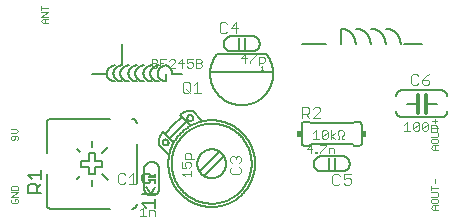
<source format=gto>
G75*
%MOIN*%
%OFA0B0*%
%FSLAX25Y25*%
%IPPOS*%
%LPD*%
%AMOC8*
5,1,8,0,0,1.08239X$1,22.5*
%
%ADD10C,0.00200*%
%ADD11C,0.00500*%
%ADD12C,0.00300*%
%ADD13R,0.03000X0.00750*%
%ADD14R,0.01000X0.04000*%
%ADD15C,0.00600*%
%ADD16C,0.01200*%
%ADD17C,0.00400*%
%ADD18C,0.00100*%
%ADD19R,0.01500X0.02000*%
D10*
X0004565Y0007785D02*
X0006033Y0007785D01*
X0006400Y0008152D01*
X0006400Y0008886D01*
X0006033Y0009253D01*
X0005299Y0009253D01*
X0005299Y0008519D01*
X0004565Y0007785D02*
X0004198Y0008152D01*
X0004198Y0008886D01*
X0004565Y0009253D01*
X0004198Y0009995D02*
X0006400Y0011463D01*
X0004198Y0011463D01*
X0004198Y0012205D02*
X0004198Y0013306D01*
X0004565Y0013673D01*
X0006033Y0013673D01*
X0006400Y0013306D01*
X0006400Y0012205D01*
X0004198Y0012205D01*
X0004198Y0009995D02*
X0006400Y0009995D01*
X0006033Y0028890D02*
X0006400Y0029257D01*
X0006400Y0029991D01*
X0006033Y0030358D01*
X0004565Y0030358D01*
X0004198Y0029991D01*
X0004198Y0029257D01*
X0004565Y0028890D01*
X0004932Y0028890D01*
X0005299Y0029257D01*
X0005299Y0030358D01*
X0005666Y0031100D02*
X0006400Y0031834D01*
X0005666Y0032568D01*
X0004198Y0032568D01*
X0004198Y0031100D02*
X0005666Y0031100D01*
X0014932Y0067785D02*
X0014198Y0068519D01*
X0014932Y0069253D01*
X0016400Y0069253D01*
X0016400Y0069995D02*
X0014198Y0069995D01*
X0016400Y0071463D01*
X0014198Y0071463D01*
X0014198Y0072205D02*
X0014198Y0073673D01*
X0014198Y0072939D02*
X0016400Y0072939D01*
X0015299Y0069253D02*
X0015299Y0067785D01*
X0014932Y0067785D02*
X0016400Y0067785D01*
X0144565Y0035149D02*
X0146033Y0035149D01*
X0145299Y0034415D02*
X0145299Y0035883D01*
X0144198Y0033673D02*
X0144198Y0032205D01*
X0144198Y0032939D02*
X0146400Y0032939D01*
X0146033Y0031463D02*
X0144198Y0031463D01*
X0146033Y0031463D02*
X0146400Y0031096D01*
X0146400Y0030362D01*
X0146033Y0029995D01*
X0144198Y0029995D01*
X0144565Y0029253D02*
X0144198Y0028886D01*
X0144198Y0028152D01*
X0144565Y0027785D01*
X0146033Y0027785D01*
X0146400Y0028152D01*
X0146400Y0028886D01*
X0146033Y0029253D01*
X0144565Y0029253D01*
X0144932Y0027043D02*
X0146400Y0027043D01*
X0145299Y0027043D02*
X0145299Y0025575D01*
X0144932Y0025575D02*
X0144198Y0026309D01*
X0144932Y0027043D01*
X0144932Y0025575D02*
X0146400Y0025575D01*
X0145299Y0015883D02*
X0145299Y0014415D01*
X0144198Y0013673D02*
X0144198Y0012205D01*
X0144198Y0012939D02*
X0146400Y0012939D01*
X0146033Y0011463D02*
X0144198Y0011463D01*
X0144198Y0009995D02*
X0146033Y0009995D01*
X0146400Y0010362D01*
X0146400Y0011096D01*
X0146033Y0011463D01*
X0146033Y0009253D02*
X0144565Y0009253D01*
X0144198Y0008886D01*
X0144198Y0008152D01*
X0144565Y0007785D01*
X0146033Y0007785D01*
X0146400Y0008152D01*
X0146400Y0008886D01*
X0146033Y0009253D01*
X0146400Y0007043D02*
X0144932Y0007043D01*
X0144198Y0006309D01*
X0144932Y0005575D01*
X0146400Y0005575D01*
X0145299Y0005575D02*
X0145299Y0007043D01*
D11*
X0114500Y0018500D02*
X0107500Y0018500D01*
X0105000Y0021000D02*
X0105002Y0021098D01*
X0105008Y0021196D01*
X0105017Y0021294D01*
X0105031Y0021391D01*
X0105048Y0021488D01*
X0105069Y0021584D01*
X0105094Y0021679D01*
X0105122Y0021773D01*
X0105155Y0021865D01*
X0105190Y0021957D01*
X0105230Y0022047D01*
X0105272Y0022135D01*
X0105319Y0022222D01*
X0105368Y0022306D01*
X0105421Y0022389D01*
X0105477Y0022469D01*
X0105537Y0022548D01*
X0105599Y0022624D01*
X0105664Y0022697D01*
X0105732Y0022768D01*
X0105803Y0022836D01*
X0105876Y0022901D01*
X0105952Y0022963D01*
X0106031Y0023023D01*
X0106111Y0023079D01*
X0106194Y0023132D01*
X0106278Y0023181D01*
X0106365Y0023228D01*
X0106453Y0023270D01*
X0106543Y0023310D01*
X0106635Y0023345D01*
X0106727Y0023378D01*
X0106821Y0023406D01*
X0106916Y0023431D01*
X0107012Y0023452D01*
X0107109Y0023469D01*
X0107206Y0023483D01*
X0107304Y0023492D01*
X0107402Y0023498D01*
X0107500Y0023500D01*
X0114500Y0023500D01*
X0117000Y0021000D02*
X0116998Y0020902D01*
X0116992Y0020804D01*
X0116983Y0020706D01*
X0116969Y0020609D01*
X0116952Y0020512D01*
X0116931Y0020416D01*
X0116906Y0020321D01*
X0116878Y0020227D01*
X0116845Y0020135D01*
X0116810Y0020043D01*
X0116770Y0019953D01*
X0116728Y0019865D01*
X0116681Y0019778D01*
X0116632Y0019694D01*
X0116579Y0019611D01*
X0116523Y0019531D01*
X0116463Y0019452D01*
X0116401Y0019376D01*
X0116336Y0019303D01*
X0116268Y0019232D01*
X0116197Y0019164D01*
X0116124Y0019099D01*
X0116048Y0019037D01*
X0115969Y0018977D01*
X0115889Y0018921D01*
X0115806Y0018868D01*
X0115722Y0018819D01*
X0115635Y0018772D01*
X0115547Y0018730D01*
X0115457Y0018690D01*
X0115365Y0018655D01*
X0115273Y0018622D01*
X0115179Y0018594D01*
X0115084Y0018569D01*
X0114988Y0018548D01*
X0114891Y0018531D01*
X0114794Y0018517D01*
X0114696Y0018508D01*
X0114598Y0018502D01*
X0114500Y0018500D01*
X0117000Y0021000D02*
X0116998Y0021098D01*
X0116992Y0021196D01*
X0116983Y0021294D01*
X0116969Y0021391D01*
X0116952Y0021488D01*
X0116931Y0021584D01*
X0116906Y0021679D01*
X0116878Y0021773D01*
X0116845Y0021865D01*
X0116810Y0021957D01*
X0116770Y0022047D01*
X0116728Y0022135D01*
X0116681Y0022222D01*
X0116632Y0022306D01*
X0116579Y0022389D01*
X0116523Y0022469D01*
X0116463Y0022548D01*
X0116401Y0022624D01*
X0116336Y0022697D01*
X0116268Y0022768D01*
X0116197Y0022836D01*
X0116124Y0022901D01*
X0116048Y0022963D01*
X0115969Y0023023D01*
X0115889Y0023079D01*
X0115806Y0023132D01*
X0115722Y0023181D01*
X0115635Y0023228D01*
X0115547Y0023270D01*
X0115457Y0023310D01*
X0115365Y0023345D01*
X0115273Y0023378D01*
X0115179Y0023406D01*
X0115084Y0023431D01*
X0114988Y0023452D01*
X0114891Y0023469D01*
X0114794Y0023483D01*
X0114696Y0023492D01*
X0114598Y0023498D01*
X0114500Y0023500D01*
X0117000Y0021000D02*
X0116998Y0020902D01*
X0116992Y0020804D01*
X0116983Y0020706D01*
X0116969Y0020609D01*
X0116952Y0020512D01*
X0116931Y0020416D01*
X0116906Y0020321D01*
X0116878Y0020227D01*
X0116845Y0020135D01*
X0116810Y0020043D01*
X0116770Y0019953D01*
X0116728Y0019865D01*
X0116681Y0019778D01*
X0116632Y0019694D01*
X0116579Y0019611D01*
X0116523Y0019531D01*
X0116463Y0019452D01*
X0116401Y0019376D01*
X0116336Y0019303D01*
X0116268Y0019232D01*
X0116197Y0019164D01*
X0116124Y0019099D01*
X0116048Y0019037D01*
X0115969Y0018977D01*
X0115889Y0018921D01*
X0115806Y0018868D01*
X0115722Y0018819D01*
X0115635Y0018772D01*
X0115547Y0018730D01*
X0115457Y0018690D01*
X0115365Y0018655D01*
X0115273Y0018622D01*
X0115179Y0018594D01*
X0115084Y0018569D01*
X0114988Y0018548D01*
X0114891Y0018531D01*
X0114794Y0018517D01*
X0114696Y0018508D01*
X0114598Y0018502D01*
X0114500Y0018500D01*
X0107500Y0018500D02*
X0107402Y0018502D01*
X0107304Y0018508D01*
X0107206Y0018517D01*
X0107109Y0018531D01*
X0107012Y0018548D01*
X0106916Y0018569D01*
X0106821Y0018594D01*
X0106727Y0018622D01*
X0106635Y0018655D01*
X0106543Y0018690D01*
X0106453Y0018730D01*
X0106365Y0018772D01*
X0106278Y0018819D01*
X0106194Y0018868D01*
X0106111Y0018921D01*
X0106031Y0018977D01*
X0105952Y0019037D01*
X0105876Y0019099D01*
X0105803Y0019164D01*
X0105732Y0019232D01*
X0105664Y0019303D01*
X0105599Y0019376D01*
X0105537Y0019452D01*
X0105477Y0019531D01*
X0105421Y0019611D01*
X0105368Y0019694D01*
X0105319Y0019778D01*
X0105272Y0019865D01*
X0105230Y0019953D01*
X0105190Y0020043D01*
X0105155Y0020135D01*
X0105122Y0020227D01*
X0105094Y0020321D01*
X0105069Y0020416D01*
X0105048Y0020512D01*
X0105031Y0020609D01*
X0105017Y0020706D01*
X0105008Y0020804D01*
X0105002Y0020902D01*
X0105000Y0021000D01*
X0075104Y0023407D02*
X0068595Y0016899D01*
X0066991Y0018503D02*
X0073499Y0025012D01*
X0057665Y0021000D02*
X0057669Y0021327D01*
X0057681Y0021654D01*
X0057701Y0021981D01*
X0057729Y0022307D01*
X0057765Y0022632D01*
X0057809Y0022957D01*
X0057861Y0023280D01*
X0057921Y0023602D01*
X0057989Y0023922D01*
X0058065Y0024240D01*
X0058148Y0024557D01*
X0058239Y0024871D01*
X0058338Y0025183D01*
X0058445Y0025492D01*
X0058559Y0025799D01*
X0058680Y0026103D01*
X0058809Y0026404D01*
X0058945Y0026701D01*
X0059089Y0026996D01*
X0059240Y0027286D01*
X0059397Y0027573D01*
X0059562Y0027856D01*
X0059734Y0028134D01*
X0059912Y0028409D01*
X0060098Y0028678D01*
X0060289Y0028944D01*
X0060487Y0029204D01*
X0060692Y0029460D01*
X0060903Y0029710D01*
X0061119Y0029955D01*
X0061342Y0030195D01*
X0061571Y0030429D01*
X0061805Y0030658D01*
X0062045Y0030881D01*
X0062290Y0031097D01*
X0062540Y0031308D01*
X0062796Y0031513D01*
X0063056Y0031711D01*
X0063322Y0031902D01*
X0063591Y0032088D01*
X0063866Y0032266D01*
X0064144Y0032438D01*
X0064427Y0032603D01*
X0064714Y0032760D01*
X0065004Y0032911D01*
X0065299Y0033055D01*
X0065596Y0033191D01*
X0065897Y0033320D01*
X0066201Y0033441D01*
X0066508Y0033555D01*
X0066817Y0033662D01*
X0067129Y0033761D01*
X0067443Y0033852D01*
X0067760Y0033935D01*
X0068078Y0034011D01*
X0068398Y0034079D01*
X0068720Y0034139D01*
X0069043Y0034191D01*
X0069368Y0034235D01*
X0069693Y0034271D01*
X0070019Y0034299D01*
X0070346Y0034319D01*
X0070673Y0034331D01*
X0071000Y0034335D01*
X0071327Y0034331D01*
X0071654Y0034319D01*
X0071981Y0034299D01*
X0072307Y0034271D01*
X0072632Y0034235D01*
X0072957Y0034191D01*
X0073280Y0034139D01*
X0073602Y0034079D01*
X0073922Y0034011D01*
X0074240Y0033935D01*
X0074557Y0033852D01*
X0074871Y0033761D01*
X0075183Y0033662D01*
X0075492Y0033555D01*
X0075799Y0033441D01*
X0076103Y0033320D01*
X0076404Y0033191D01*
X0076701Y0033055D01*
X0076996Y0032911D01*
X0077286Y0032760D01*
X0077573Y0032603D01*
X0077856Y0032438D01*
X0078134Y0032266D01*
X0078409Y0032088D01*
X0078678Y0031902D01*
X0078944Y0031711D01*
X0079204Y0031513D01*
X0079460Y0031308D01*
X0079710Y0031097D01*
X0079955Y0030881D01*
X0080195Y0030658D01*
X0080429Y0030429D01*
X0080658Y0030195D01*
X0080881Y0029955D01*
X0081097Y0029710D01*
X0081308Y0029460D01*
X0081513Y0029204D01*
X0081711Y0028944D01*
X0081902Y0028678D01*
X0082088Y0028409D01*
X0082266Y0028134D01*
X0082438Y0027856D01*
X0082603Y0027573D01*
X0082760Y0027286D01*
X0082911Y0026996D01*
X0083055Y0026701D01*
X0083191Y0026404D01*
X0083320Y0026103D01*
X0083441Y0025799D01*
X0083555Y0025492D01*
X0083662Y0025183D01*
X0083761Y0024871D01*
X0083852Y0024557D01*
X0083935Y0024240D01*
X0084011Y0023922D01*
X0084079Y0023602D01*
X0084139Y0023280D01*
X0084191Y0022957D01*
X0084235Y0022632D01*
X0084271Y0022307D01*
X0084299Y0021981D01*
X0084319Y0021654D01*
X0084331Y0021327D01*
X0084335Y0021000D01*
X0084331Y0020673D01*
X0084319Y0020346D01*
X0084299Y0020019D01*
X0084271Y0019693D01*
X0084235Y0019368D01*
X0084191Y0019043D01*
X0084139Y0018720D01*
X0084079Y0018398D01*
X0084011Y0018078D01*
X0083935Y0017760D01*
X0083852Y0017443D01*
X0083761Y0017129D01*
X0083662Y0016817D01*
X0083555Y0016508D01*
X0083441Y0016201D01*
X0083320Y0015897D01*
X0083191Y0015596D01*
X0083055Y0015299D01*
X0082911Y0015004D01*
X0082760Y0014714D01*
X0082603Y0014427D01*
X0082438Y0014144D01*
X0082266Y0013866D01*
X0082088Y0013591D01*
X0081902Y0013322D01*
X0081711Y0013056D01*
X0081513Y0012796D01*
X0081308Y0012540D01*
X0081097Y0012290D01*
X0080881Y0012045D01*
X0080658Y0011805D01*
X0080429Y0011571D01*
X0080195Y0011342D01*
X0079955Y0011119D01*
X0079710Y0010903D01*
X0079460Y0010692D01*
X0079204Y0010487D01*
X0078944Y0010289D01*
X0078678Y0010098D01*
X0078409Y0009912D01*
X0078134Y0009734D01*
X0077856Y0009562D01*
X0077573Y0009397D01*
X0077286Y0009240D01*
X0076996Y0009089D01*
X0076701Y0008945D01*
X0076404Y0008809D01*
X0076103Y0008680D01*
X0075799Y0008559D01*
X0075492Y0008445D01*
X0075183Y0008338D01*
X0074871Y0008239D01*
X0074557Y0008148D01*
X0074240Y0008065D01*
X0073922Y0007989D01*
X0073602Y0007921D01*
X0073280Y0007861D01*
X0072957Y0007809D01*
X0072632Y0007765D01*
X0072307Y0007729D01*
X0071981Y0007701D01*
X0071654Y0007681D01*
X0071327Y0007669D01*
X0071000Y0007665D01*
X0070673Y0007669D01*
X0070346Y0007681D01*
X0070019Y0007701D01*
X0069693Y0007729D01*
X0069368Y0007765D01*
X0069043Y0007809D01*
X0068720Y0007861D01*
X0068398Y0007921D01*
X0068078Y0007989D01*
X0067760Y0008065D01*
X0067443Y0008148D01*
X0067129Y0008239D01*
X0066817Y0008338D01*
X0066508Y0008445D01*
X0066201Y0008559D01*
X0065897Y0008680D01*
X0065596Y0008809D01*
X0065299Y0008945D01*
X0065004Y0009089D01*
X0064714Y0009240D01*
X0064427Y0009397D01*
X0064144Y0009562D01*
X0063866Y0009734D01*
X0063591Y0009912D01*
X0063322Y0010098D01*
X0063056Y0010289D01*
X0062796Y0010487D01*
X0062540Y0010692D01*
X0062290Y0010903D01*
X0062045Y0011119D01*
X0061805Y0011342D01*
X0061571Y0011571D01*
X0061342Y0011805D01*
X0061119Y0012045D01*
X0060903Y0012290D01*
X0060692Y0012540D01*
X0060487Y0012796D01*
X0060289Y0013056D01*
X0060098Y0013322D01*
X0059912Y0013591D01*
X0059734Y0013866D01*
X0059562Y0014144D01*
X0059397Y0014427D01*
X0059240Y0014714D01*
X0059089Y0015004D01*
X0058945Y0015299D01*
X0058809Y0015596D01*
X0058680Y0015897D01*
X0058559Y0016201D01*
X0058445Y0016508D01*
X0058338Y0016817D01*
X0058239Y0017129D01*
X0058148Y0017443D01*
X0058065Y0017760D01*
X0057989Y0018078D01*
X0057921Y0018398D01*
X0057861Y0018720D01*
X0057809Y0019043D01*
X0057765Y0019368D01*
X0057729Y0019693D01*
X0057701Y0020019D01*
X0057681Y0020346D01*
X0057669Y0020673D01*
X0057665Y0021000D01*
X0053500Y0019500D02*
X0053500Y0012500D01*
X0052250Y0013106D02*
X0050749Y0010854D01*
X0049247Y0013106D01*
X0048500Y0012500D02*
X0048500Y0019500D01*
X0048497Y0017693D02*
X0049998Y0017693D01*
X0050749Y0016942D01*
X0052250Y0016942D01*
X0052250Y0017693D01*
X0053500Y0019500D02*
X0053488Y0019593D01*
X0053472Y0019685D01*
X0053452Y0019776D01*
X0053428Y0019867D01*
X0053401Y0019956D01*
X0053370Y0020045D01*
X0053335Y0020132D01*
X0053297Y0020217D01*
X0053255Y0020301D01*
X0053210Y0020383D01*
X0053162Y0020463D01*
X0053110Y0020541D01*
X0053055Y0020617D01*
X0052997Y0020690D01*
X0052936Y0020761D01*
X0052872Y0020829D01*
X0052805Y0020895D01*
X0052736Y0020958D01*
X0052664Y0021018D01*
X0052590Y0021075D01*
X0052513Y0021129D01*
X0052435Y0021179D01*
X0052354Y0021227D01*
X0052271Y0021270D01*
X0052187Y0021311D01*
X0052101Y0021348D01*
X0052014Y0021381D01*
X0051925Y0021411D01*
X0051835Y0021437D01*
X0051744Y0021459D01*
X0051652Y0021478D01*
X0051560Y0021493D01*
X0051467Y0021504D01*
X0051374Y0021511D01*
X0051280Y0021514D01*
X0051187Y0021513D01*
X0051093Y0021509D01*
X0051000Y0021500D01*
X0050907Y0021509D01*
X0050813Y0021513D01*
X0050720Y0021514D01*
X0050626Y0021511D01*
X0050533Y0021504D01*
X0050440Y0021493D01*
X0050348Y0021478D01*
X0050256Y0021459D01*
X0050165Y0021437D01*
X0050075Y0021411D01*
X0049986Y0021381D01*
X0049899Y0021348D01*
X0049813Y0021311D01*
X0049729Y0021270D01*
X0049646Y0021227D01*
X0049565Y0021179D01*
X0049487Y0021129D01*
X0049410Y0021075D01*
X0049336Y0021018D01*
X0049264Y0020958D01*
X0049195Y0020895D01*
X0049128Y0020829D01*
X0049064Y0020761D01*
X0049003Y0020690D01*
X0048945Y0020617D01*
X0048890Y0020541D01*
X0048838Y0020463D01*
X0048790Y0020383D01*
X0048745Y0020301D01*
X0048703Y0020217D01*
X0048665Y0020132D01*
X0048630Y0020045D01*
X0048599Y0019956D01*
X0048572Y0019867D01*
X0048548Y0019776D01*
X0048528Y0019685D01*
X0048512Y0019593D01*
X0048500Y0019500D01*
X0048497Y0017693D02*
X0047746Y0016942D01*
X0047746Y0015441D01*
X0048497Y0014691D01*
X0049998Y0014691D01*
X0050749Y0015441D01*
X0052250Y0015441D01*
X0052250Y0014691D01*
X0053500Y0012500D02*
X0053488Y0012407D01*
X0053472Y0012315D01*
X0053452Y0012224D01*
X0053428Y0012133D01*
X0053401Y0012044D01*
X0053370Y0011955D01*
X0053335Y0011868D01*
X0053297Y0011783D01*
X0053255Y0011699D01*
X0053210Y0011617D01*
X0053162Y0011537D01*
X0053110Y0011459D01*
X0053055Y0011383D01*
X0052997Y0011310D01*
X0052936Y0011239D01*
X0052872Y0011171D01*
X0052805Y0011105D01*
X0052736Y0011042D01*
X0052664Y0010982D01*
X0052590Y0010925D01*
X0052513Y0010871D01*
X0052435Y0010821D01*
X0052354Y0010773D01*
X0052271Y0010730D01*
X0052187Y0010689D01*
X0052101Y0010652D01*
X0052014Y0010619D01*
X0051925Y0010589D01*
X0051835Y0010563D01*
X0051744Y0010541D01*
X0051652Y0010522D01*
X0051560Y0010507D01*
X0051467Y0010496D01*
X0051374Y0010489D01*
X0051280Y0010486D01*
X0051187Y0010487D01*
X0051093Y0010491D01*
X0051000Y0010500D01*
X0052250Y0010854D02*
X0047746Y0010854D01*
X0048500Y0012500D02*
X0048512Y0012407D01*
X0048528Y0012315D01*
X0048548Y0012224D01*
X0048572Y0012133D01*
X0048599Y0012044D01*
X0048630Y0011955D01*
X0048665Y0011868D01*
X0048703Y0011783D01*
X0048745Y0011699D01*
X0048790Y0011617D01*
X0048838Y0011537D01*
X0048890Y0011459D01*
X0048945Y0011383D01*
X0049003Y0011310D01*
X0049064Y0011239D01*
X0049128Y0011171D01*
X0049195Y0011105D01*
X0049264Y0011042D01*
X0049336Y0010982D01*
X0049410Y0010925D01*
X0049487Y0010871D01*
X0049565Y0010821D01*
X0049646Y0010773D01*
X0049729Y0010730D01*
X0049813Y0010689D01*
X0049899Y0010652D01*
X0049986Y0010619D01*
X0050075Y0010589D01*
X0050165Y0010563D01*
X0050256Y0010541D01*
X0050348Y0010522D01*
X0050440Y0010507D01*
X0050533Y0010496D01*
X0050626Y0010489D01*
X0050720Y0010486D01*
X0050813Y0010487D01*
X0050907Y0010491D01*
X0051000Y0010500D01*
X0052250Y0009253D02*
X0052250Y0006250D01*
X0052250Y0007751D02*
X0047746Y0007751D01*
X0049247Y0006250D01*
X0056556Y0021000D02*
X0056560Y0021354D01*
X0056573Y0021709D01*
X0056595Y0022063D01*
X0056626Y0022416D01*
X0056665Y0022768D01*
X0056712Y0023119D01*
X0056769Y0023469D01*
X0056834Y0023818D01*
X0056907Y0024165D01*
X0056989Y0024510D01*
X0057079Y0024852D01*
X0057178Y0025193D01*
X0057285Y0025531D01*
X0057400Y0025866D01*
X0057524Y0026198D01*
X0057655Y0026527D01*
X0057795Y0026853D01*
X0057943Y0027176D01*
X0058098Y0027494D01*
X0058262Y0027809D01*
X0058432Y0028119D01*
X0058611Y0028426D01*
X0058797Y0028728D01*
X0058990Y0029025D01*
X0059191Y0029317D01*
X0059398Y0029604D01*
X0059613Y0029886D01*
X0059835Y0030163D01*
X0060063Y0030434D01*
X0060298Y0030700D01*
X0060539Y0030960D01*
X0060787Y0031213D01*
X0061040Y0031461D01*
X0061300Y0031702D01*
X0061566Y0031937D01*
X0061837Y0032165D01*
X0062114Y0032387D01*
X0062396Y0032602D01*
X0062683Y0032809D01*
X0062975Y0033010D01*
X0063272Y0033203D01*
X0063574Y0033389D01*
X0063881Y0033568D01*
X0064191Y0033738D01*
X0064506Y0033902D01*
X0064824Y0034057D01*
X0065147Y0034205D01*
X0065473Y0034345D01*
X0065802Y0034476D01*
X0066134Y0034600D01*
X0066469Y0034715D01*
X0066807Y0034822D01*
X0067148Y0034921D01*
X0067490Y0035011D01*
X0067835Y0035093D01*
X0068182Y0035166D01*
X0068531Y0035231D01*
X0068881Y0035288D01*
X0069232Y0035335D01*
X0069584Y0035374D01*
X0069937Y0035405D01*
X0070291Y0035427D01*
X0070646Y0035440D01*
X0071000Y0035444D01*
X0071354Y0035440D01*
X0071709Y0035427D01*
X0072063Y0035405D01*
X0072416Y0035374D01*
X0072768Y0035335D01*
X0073119Y0035288D01*
X0073469Y0035231D01*
X0073818Y0035166D01*
X0074165Y0035093D01*
X0074510Y0035011D01*
X0074852Y0034921D01*
X0075193Y0034822D01*
X0075531Y0034715D01*
X0075866Y0034600D01*
X0076198Y0034476D01*
X0076527Y0034345D01*
X0076853Y0034205D01*
X0077176Y0034057D01*
X0077494Y0033902D01*
X0077809Y0033738D01*
X0078119Y0033568D01*
X0078426Y0033389D01*
X0078728Y0033203D01*
X0079025Y0033010D01*
X0079317Y0032809D01*
X0079604Y0032602D01*
X0079886Y0032387D01*
X0080163Y0032165D01*
X0080434Y0031937D01*
X0080700Y0031702D01*
X0080960Y0031461D01*
X0081213Y0031213D01*
X0081461Y0030960D01*
X0081702Y0030700D01*
X0081937Y0030434D01*
X0082165Y0030163D01*
X0082387Y0029886D01*
X0082602Y0029604D01*
X0082809Y0029317D01*
X0083010Y0029025D01*
X0083203Y0028728D01*
X0083389Y0028426D01*
X0083568Y0028119D01*
X0083738Y0027809D01*
X0083902Y0027494D01*
X0084057Y0027176D01*
X0084205Y0026853D01*
X0084345Y0026527D01*
X0084476Y0026198D01*
X0084600Y0025866D01*
X0084715Y0025531D01*
X0084822Y0025193D01*
X0084921Y0024852D01*
X0085011Y0024510D01*
X0085093Y0024165D01*
X0085166Y0023818D01*
X0085231Y0023469D01*
X0085288Y0023119D01*
X0085335Y0022768D01*
X0085374Y0022416D01*
X0085405Y0022063D01*
X0085427Y0021709D01*
X0085440Y0021354D01*
X0085444Y0021000D01*
X0085440Y0020646D01*
X0085427Y0020291D01*
X0085405Y0019937D01*
X0085374Y0019584D01*
X0085335Y0019232D01*
X0085288Y0018881D01*
X0085231Y0018531D01*
X0085166Y0018182D01*
X0085093Y0017835D01*
X0085011Y0017490D01*
X0084921Y0017148D01*
X0084822Y0016807D01*
X0084715Y0016469D01*
X0084600Y0016134D01*
X0084476Y0015802D01*
X0084345Y0015473D01*
X0084205Y0015147D01*
X0084057Y0014824D01*
X0083902Y0014506D01*
X0083738Y0014191D01*
X0083568Y0013881D01*
X0083389Y0013574D01*
X0083203Y0013272D01*
X0083010Y0012975D01*
X0082809Y0012683D01*
X0082602Y0012396D01*
X0082387Y0012114D01*
X0082165Y0011837D01*
X0081937Y0011566D01*
X0081702Y0011300D01*
X0081461Y0011040D01*
X0081213Y0010787D01*
X0080960Y0010539D01*
X0080700Y0010298D01*
X0080434Y0010063D01*
X0080163Y0009835D01*
X0079886Y0009613D01*
X0079604Y0009398D01*
X0079317Y0009191D01*
X0079025Y0008990D01*
X0078728Y0008797D01*
X0078426Y0008611D01*
X0078119Y0008432D01*
X0077809Y0008262D01*
X0077494Y0008098D01*
X0077176Y0007943D01*
X0076853Y0007795D01*
X0076527Y0007655D01*
X0076198Y0007524D01*
X0075866Y0007400D01*
X0075531Y0007285D01*
X0075193Y0007178D01*
X0074852Y0007079D01*
X0074510Y0006989D01*
X0074165Y0006907D01*
X0073818Y0006834D01*
X0073469Y0006769D01*
X0073119Y0006712D01*
X0072768Y0006665D01*
X0072416Y0006626D01*
X0072063Y0006595D01*
X0071709Y0006573D01*
X0071354Y0006560D01*
X0071000Y0006556D01*
X0070646Y0006560D01*
X0070291Y0006573D01*
X0069937Y0006595D01*
X0069584Y0006626D01*
X0069232Y0006665D01*
X0068881Y0006712D01*
X0068531Y0006769D01*
X0068182Y0006834D01*
X0067835Y0006907D01*
X0067490Y0006989D01*
X0067148Y0007079D01*
X0066807Y0007178D01*
X0066469Y0007285D01*
X0066134Y0007400D01*
X0065802Y0007524D01*
X0065473Y0007655D01*
X0065147Y0007795D01*
X0064824Y0007943D01*
X0064506Y0008098D01*
X0064191Y0008262D01*
X0063881Y0008432D01*
X0063574Y0008611D01*
X0063272Y0008797D01*
X0062975Y0008990D01*
X0062683Y0009191D01*
X0062396Y0009398D01*
X0062114Y0009613D01*
X0061837Y0009835D01*
X0061566Y0010063D01*
X0061300Y0010298D01*
X0061040Y0010539D01*
X0060787Y0010787D01*
X0060539Y0011040D01*
X0060298Y0011300D01*
X0060063Y0011566D01*
X0059835Y0011837D01*
X0059613Y0012114D01*
X0059398Y0012396D01*
X0059191Y0012683D01*
X0058990Y0012975D01*
X0058797Y0013272D01*
X0058611Y0013574D01*
X0058432Y0013881D01*
X0058262Y0014191D01*
X0058098Y0014506D01*
X0057943Y0014824D01*
X0057795Y0015147D01*
X0057655Y0015473D01*
X0057524Y0015802D01*
X0057400Y0016134D01*
X0057285Y0016469D01*
X0057178Y0016807D01*
X0057079Y0017148D01*
X0056989Y0017490D01*
X0056907Y0017835D01*
X0056834Y0018182D01*
X0056769Y0018531D01*
X0056712Y0018881D01*
X0056665Y0019232D01*
X0056626Y0019584D01*
X0056595Y0019937D01*
X0056573Y0020291D01*
X0056560Y0020646D01*
X0056556Y0021000D01*
X0056773Y0023958D02*
X0053405Y0027326D01*
X0053518Y0028803D01*
X0053630Y0030279D01*
X0054914Y0031563D01*
X0058261Y0028216D01*
X0057150Y0029461D02*
X0062557Y0034868D01*
X0063770Y0033725D02*
X0060423Y0037072D01*
X0061707Y0038355D01*
X0063178Y0038462D01*
X0064648Y0038569D01*
X0067857Y0035360D01*
X0062893Y0036280D02*
X0062895Y0036343D01*
X0062901Y0036405D01*
X0062911Y0036467D01*
X0062924Y0036529D01*
X0062942Y0036589D01*
X0062963Y0036648D01*
X0062988Y0036706D01*
X0063017Y0036762D01*
X0063049Y0036816D01*
X0063084Y0036868D01*
X0063122Y0036917D01*
X0063164Y0036965D01*
X0063208Y0037009D01*
X0063256Y0037051D01*
X0063305Y0037089D01*
X0063357Y0037124D01*
X0063411Y0037156D01*
X0063467Y0037185D01*
X0063525Y0037210D01*
X0063584Y0037231D01*
X0063644Y0037249D01*
X0063706Y0037262D01*
X0063768Y0037272D01*
X0063830Y0037278D01*
X0063893Y0037280D01*
X0063956Y0037278D01*
X0064018Y0037272D01*
X0064080Y0037262D01*
X0064142Y0037249D01*
X0064202Y0037231D01*
X0064261Y0037210D01*
X0064319Y0037185D01*
X0064375Y0037156D01*
X0064429Y0037124D01*
X0064481Y0037089D01*
X0064530Y0037051D01*
X0064578Y0037009D01*
X0064622Y0036965D01*
X0064664Y0036917D01*
X0064702Y0036868D01*
X0064737Y0036816D01*
X0064769Y0036762D01*
X0064798Y0036706D01*
X0064823Y0036648D01*
X0064844Y0036589D01*
X0064862Y0036529D01*
X0064875Y0036467D01*
X0064885Y0036405D01*
X0064891Y0036343D01*
X0064893Y0036280D01*
X0064891Y0036217D01*
X0064885Y0036155D01*
X0064875Y0036093D01*
X0064862Y0036031D01*
X0064844Y0035971D01*
X0064823Y0035912D01*
X0064798Y0035854D01*
X0064769Y0035798D01*
X0064737Y0035744D01*
X0064702Y0035692D01*
X0064664Y0035643D01*
X0064622Y0035595D01*
X0064578Y0035551D01*
X0064530Y0035509D01*
X0064481Y0035471D01*
X0064429Y0035436D01*
X0064375Y0035404D01*
X0064319Y0035375D01*
X0064261Y0035350D01*
X0064202Y0035329D01*
X0064142Y0035311D01*
X0064080Y0035298D01*
X0064018Y0035288D01*
X0063956Y0035282D01*
X0063893Y0035280D01*
X0063830Y0035282D01*
X0063768Y0035288D01*
X0063706Y0035298D01*
X0063644Y0035311D01*
X0063584Y0035329D01*
X0063525Y0035350D01*
X0063467Y0035375D01*
X0063411Y0035404D01*
X0063357Y0035436D01*
X0063305Y0035471D01*
X0063256Y0035509D01*
X0063208Y0035551D01*
X0063164Y0035595D01*
X0063122Y0035643D01*
X0063084Y0035692D01*
X0063049Y0035744D01*
X0063017Y0035798D01*
X0062988Y0035854D01*
X0062963Y0035912D01*
X0062942Y0035971D01*
X0062924Y0036031D01*
X0062911Y0036093D01*
X0062901Y0036155D01*
X0062895Y0036217D01*
X0062893Y0036280D01*
X0061060Y0036489D02*
X0058279Y0033708D01*
X0058278Y0033708D02*
X0055747Y0031177D01*
X0054640Y0028082D02*
X0054642Y0028145D01*
X0054648Y0028207D01*
X0054658Y0028269D01*
X0054671Y0028331D01*
X0054689Y0028391D01*
X0054710Y0028450D01*
X0054735Y0028508D01*
X0054764Y0028564D01*
X0054796Y0028618D01*
X0054831Y0028670D01*
X0054869Y0028719D01*
X0054911Y0028767D01*
X0054955Y0028811D01*
X0055003Y0028853D01*
X0055052Y0028891D01*
X0055104Y0028926D01*
X0055158Y0028958D01*
X0055214Y0028987D01*
X0055272Y0029012D01*
X0055331Y0029033D01*
X0055391Y0029051D01*
X0055453Y0029064D01*
X0055515Y0029074D01*
X0055577Y0029080D01*
X0055640Y0029082D01*
X0055703Y0029080D01*
X0055765Y0029074D01*
X0055827Y0029064D01*
X0055889Y0029051D01*
X0055949Y0029033D01*
X0056008Y0029012D01*
X0056066Y0028987D01*
X0056122Y0028958D01*
X0056176Y0028926D01*
X0056228Y0028891D01*
X0056277Y0028853D01*
X0056325Y0028811D01*
X0056369Y0028767D01*
X0056411Y0028719D01*
X0056449Y0028670D01*
X0056484Y0028618D01*
X0056516Y0028564D01*
X0056545Y0028508D01*
X0056570Y0028450D01*
X0056591Y0028391D01*
X0056609Y0028331D01*
X0056622Y0028269D01*
X0056632Y0028207D01*
X0056638Y0028145D01*
X0056640Y0028082D01*
X0056638Y0028019D01*
X0056632Y0027957D01*
X0056622Y0027895D01*
X0056609Y0027833D01*
X0056591Y0027773D01*
X0056570Y0027714D01*
X0056545Y0027656D01*
X0056516Y0027600D01*
X0056484Y0027546D01*
X0056449Y0027494D01*
X0056411Y0027445D01*
X0056369Y0027397D01*
X0056325Y0027353D01*
X0056277Y0027311D01*
X0056228Y0027273D01*
X0056176Y0027238D01*
X0056122Y0027206D01*
X0056066Y0027177D01*
X0056008Y0027152D01*
X0055949Y0027131D01*
X0055889Y0027113D01*
X0055827Y0027100D01*
X0055765Y0027090D01*
X0055703Y0027084D01*
X0055640Y0027082D01*
X0055577Y0027084D01*
X0055515Y0027090D01*
X0055453Y0027100D01*
X0055391Y0027113D01*
X0055331Y0027131D01*
X0055272Y0027152D01*
X0055214Y0027177D01*
X0055158Y0027206D01*
X0055104Y0027238D01*
X0055052Y0027273D01*
X0055003Y0027311D01*
X0054955Y0027353D01*
X0054911Y0027397D01*
X0054869Y0027445D01*
X0054831Y0027494D01*
X0054796Y0027546D01*
X0054764Y0027600D01*
X0054735Y0027656D01*
X0054710Y0027714D01*
X0054689Y0027773D01*
X0054671Y0027833D01*
X0054658Y0027895D01*
X0054648Y0027957D01*
X0054642Y0028019D01*
X0054640Y0028082D01*
X0066200Y0021000D02*
X0066202Y0021138D01*
X0066208Y0021277D01*
X0066218Y0021415D01*
X0066232Y0021552D01*
X0066250Y0021689D01*
X0066272Y0021826D01*
X0066297Y0021962D01*
X0066327Y0022097D01*
X0066361Y0022231D01*
X0066398Y0022364D01*
X0066439Y0022496D01*
X0066484Y0022627D01*
X0066533Y0022757D01*
X0066585Y0022885D01*
X0066642Y0023011D01*
X0066701Y0023136D01*
X0066765Y0023259D01*
X0066832Y0023380D01*
X0066902Y0023499D01*
X0066976Y0023616D01*
X0067053Y0023731D01*
X0067133Y0023844D01*
X0067217Y0023954D01*
X0067303Y0024062D01*
X0067393Y0024167D01*
X0067486Y0024270D01*
X0067582Y0024370D01*
X0067680Y0024467D01*
X0067781Y0024561D01*
X0067885Y0024652D01*
X0067992Y0024740D01*
X0068101Y0024826D01*
X0068212Y0024908D01*
X0068326Y0024986D01*
X0068442Y0025062D01*
X0068560Y0025134D01*
X0068680Y0025202D01*
X0068802Y0025267D01*
X0068926Y0025329D01*
X0069052Y0025387D01*
X0069179Y0025441D01*
X0069308Y0025492D01*
X0069438Y0025539D01*
X0069569Y0025582D01*
X0069702Y0025621D01*
X0069836Y0025657D01*
X0069970Y0025688D01*
X0070106Y0025716D01*
X0070242Y0025740D01*
X0070379Y0025760D01*
X0070517Y0025776D01*
X0070654Y0025788D01*
X0070793Y0025796D01*
X0070931Y0025800D01*
X0071069Y0025800D01*
X0071207Y0025796D01*
X0071346Y0025788D01*
X0071483Y0025776D01*
X0071621Y0025760D01*
X0071758Y0025740D01*
X0071894Y0025716D01*
X0072030Y0025688D01*
X0072164Y0025657D01*
X0072298Y0025621D01*
X0072431Y0025582D01*
X0072562Y0025539D01*
X0072692Y0025492D01*
X0072821Y0025441D01*
X0072948Y0025387D01*
X0073074Y0025329D01*
X0073198Y0025267D01*
X0073320Y0025202D01*
X0073440Y0025134D01*
X0073558Y0025062D01*
X0073674Y0024986D01*
X0073788Y0024908D01*
X0073899Y0024826D01*
X0074008Y0024740D01*
X0074115Y0024652D01*
X0074219Y0024561D01*
X0074320Y0024467D01*
X0074418Y0024370D01*
X0074514Y0024270D01*
X0074607Y0024167D01*
X0074697Y0024062D01*
X0074783Y0023954D01*
X0074867Y0023844D01*
X0074947Y0023731D01*
X0075024Y0023616D01*
X0075098Y0023499D01*
X0075168Y0023380D01*
X0075235Y0023259D01*
X0075299Y0023136D01*
X0075358Y0023011D01*
X0075415Y0022885D01*
X0075467Y0022757D01*
X0075516Y0022627D01*
X0075561Y0022496D01*
X0075602Y0022364D01*
X0075639Y0022231D01*
X0075673Y0022097D01*
X0075703Y0021962D01*
X0075728Y0021826D01*
X0075750Y0021689D01*
X0075768Y0021552D01*
X0075782Y0021415D01*
X0075792Y0021277D01*
X0075798Y0021138D01*
X0075800Y0021000D01*
X0075798Y0020862D01*
X0075792Y0020723D01*
X0075782Y0020585D01*
X0075768Y0020448D01*
X0075750Y0020311D01*
X0075728Y0020174D01*
X0075703Y0020038D01*
X0075673Y0019903D01*
X0075639Y0019769D01*
X0075602Y0019636D01*
X0075561Y0019504D01*
X0075516Y0019373D01*
X0075467Y0019243D01*
X0075415Y0019115D01*
X0075358Y0018989D01*
X0075299Y0018864D01*
X0075235Y0018741D01*
X0075168Y0018620D01*
X0075098Y0018501D01*
X0075024Y0018384D01*
X0074947Y0018269D01*
X0074867Y0018156D01*
X0074783Y0018046D01*
X0074697Y0017938D01*
X0074607Y0017833D01*
X0074514Y0017730D01*
X0074418Y0017630D01*
X0074320Y0017533D01*
X0074219Y0017439D01*
X0074115Y0017348D01*
X0074008Y0017260D01*
X0073899Y0017174D01*
X0073788Y0017092D01*
X0073674Y0017014D01*
X0073558Y0016938D01*
X0073440Y0016866D01*
X0073320Y0016798D01*
X0073198Y0016733D01*
X0073074Y0016671D01*
X0072948Y0016613D01*
X0072821Y0016559D01*
X0072692Y0016508D01*
X0072562Y0016461D01*
X0072431Y0016418D01*
X0072298Y0016379D01*
X0072164Y0016343D01*
X0072030Y0016312D01*
X0071894Y0016284D01*
X0071758Y0016260D01*
X0071621Y0016240D01*
X0071483Y0016224D01*
X0071346Y0016212D01*
X0071207Y0016204D01*
X0071069Y0016200D01*
X0070931Y0016200D01*
X0070793Y0016204D01*
X0070654Y0016212D01*
X0070517Y0016224D01*
X0070379Y0016240D01*
X0070242Y0016260D01*
X0070106Y0016284D01*
X0069970Y0016312D01*
X0069836Y0016343D01*
X0069702Y0016379D01*
X0069569Y0016418D01*
X0069438Y0016461D01*
X0069308Y0016508D01*
X0069179Y0016559D01*
X0069052Y0016613D01*
X0068926Y0016671D01*
X0068802Y0016733D01*
X0068680Y0016798D01*
X0068560Y0016866D01*
X0068442Y0016938D01*
X0068326Y0017014D01*
X0068212Y0017092D01*
X0068101Y0017174D01*
X0067992Y0017260D01*
X0067885Y0017348D01*
X0067781Y0017439D01*
X0067680Y0017533D01*
X0067582Y0017630D01*
X0067486Y0017730D01*
X0067393Y0017833D01*
X0067303Y0017938D01*
X0067217Y0018046D01*
X0067133Y0018156D01*
X0067053Y0018269D01*
X0066976Y0018384D01*
X0066902Y0018501D01*
X0066832Y0018620D01*
X0066765Y0018741D01*
X0066701Y0018864D01*
X0066642Y0018989D01*
X0066585Y0019115D01*
X0066533Y0019243D01*
X0066484Y0019373D01*
X0066439Y0019504D01*
X0066398Y0019636D01*
X0066361Y0019769D01*
X0066327Y0019903D01*
X0066297Y0020038D01*
X0066272Y0020174D01*
X0066250Y0020311D01*
X0066232Y0020448D01*
X0066218Y0020585D01*
X0066208Y0020723D01*
X0066202Y0020862D01*
X0066200Y0021000D01*
X0014250Y0018856D02*
X0014250Y0015854D01*
X0014250Y0017355D02*
X0009746Y0017355D01*
X0011247Y0015854D01*
X0010497Y0014253D02*
X0011998Y0014253D01*
X0012749Y0013502D01*
X0012749Y0011250D01*
X0014250Y0011250D02*
X0009746Y0011250D01*
X0009746Y0013502D01*
X0010497Y0014253D01*
X0012749Y0012751D02*
X0014250Y0014253D01*
X0055750Y0048500D02*
X0055750Y0050750D01*
X0053000Y0051000D02*
X0053002Y0051103D01*
X0053008Y0051206D01*
X0053017Y0051308D01*
X0053031Y0051410D01*
X0053048Y0051511D01*
X0053069Y0051612D01*
X0053094Y0051712D01*
X0053122Y0051811D01*
X0053154Y0051908D01*
X0053190Y0052005D01*
X0053229Y0052100D01*
X0053272Y0052193D01*
X0053319Y0052285D01*
X0053368Y0052375D01*
X0053422Y0052463D01*
X0053478Y0052549D01*
X0053537Y0052633D01*
X0053600Y0052715D01*
X0053666Y0052794D01*
X0053734Y0052870D01*
X0053805Y0052945D01*
X0053880Y0053016D01*
X0053956Y0053084D01*
X0054035Y0053150D01*
X0054117Y0053213D01*
X0054201Y0053272D01*
X0054287Y0053328D01*
X0054375Y0053382D01*
X0054465Y0053431D01*
X0054557Y0053478D01*
X0054650Y0053521D01*
X0054745Y0053560D01*
X0054842Y0053596D01*
X0054939Y0053628D01*
X0055038Y0053656D01*
X0055138Y0053681D01*
X0055239Y0053702D01*
X0055340Y0053719D01*
X0055442Y0053733D01*
X0055544Y0053742D01*
X0055647Y0053748D01*
X0055750Y0053750D01*
X0055845Y0053733D01*
X0055940Y0053712D01*
X0056033Y0053687D01*
X0056126Y0053659D01*
X0056217Y0053627D01*
X0056307Y0053591D01*
X0056396Y0053552D01*
X0056483Y0053509D01*
X0056568Y0053462D01*
X0056651Y0053413D01*
X0056732Y0053360D01*
X0056811Y0053303D01*
X0056887Y0053244D01*
X0056961Y0053182D01*
X0057032Y0053116D01*
X0057101Y0053048D01*
X0057167Y0052977D01*
X0057230Y0052904D01*
X0057290Y0052828D01*
X0057347Y0052750D01*
X0057401Y0052669D01*
X0057451Y0052586D01*
X0057499Y0052502D01*
X0057542Y0052415D01*
X0057582Y0052327D01*
X0057619Y0052238D01*
X0057652Y0052147D01*
X0057681Y0052054D01*
X0057707Y0051961D01*
X0057728Y0051866D01*
X0057746Y0051771D01*
X0057760Y0051676D01*
X0057770Y0051579D01*
X0057777Y0051483D01*
X0057779Y0051386D01*
X0057777Y0051289D01*
X0057772Y0051192D01*
X0057763Y0051096D01*
X0057750Y0051000D01*
X0061000Y0051000D01*
X0055750Y0048500D02*
X0055649Y0048497D01*
X0055549Y0048498D01*
X0055448Y0048503D01*
X0055348Y0048512D01*
X0055248Y0048524D01*
X0055149Y0048541D01*
X0055050Y0048561D01*
X0054952Y0048585D01*
X0054855Y0048612D01*
X0054760Y0048644D01*
X0054665Y0048679D01*
X0054572Y0048717D01*
X0054481Y0048759D01*
X0054391Y0048805D01*
X0054303Y0048854D01*
X0054217Y0048906D01*
X0054133Y0048962D01*
X0054051Y0049020D01*
X0053972Y0049082D01*
X0053895Y0049147D01*
X0053820Y0049215D01*
X0053748Y0049285D01*
X0053679Y0049358D01*
X0053613Y0049434D01*
X0053550Y0049513D01*
X0053490Y0049593D01*
X0053432Y0049676D01*
X0053379Y0049761D01*
X0053328Y0049848D01*
X0053281Y0049937D01*
X0053237Y0050028D01*
X0053197Y0050120D01*
X0053160Y0050214D01*
X0053127Y0050309D01*
X0053098Y0050405D01*
X0053072Y0050503D01*
X0053050Y0050601D01*
X0053032Y0050700D01*
X0053017Y0050799D01*
X0053007Y0050900D01*
X0053000Y0051000D01*
X0050500Y0051000D02*
X0050512Y0050897D01*
X0050527Y0050795D01*
X0050546Y0050694D01*
X0050568Y0050593D01*
X0050595Y0050493D01*
X0050625Y0050394D01*
X0050659Y0050297D01*
X0050696Y0050201D01*
X0050737Y0050106D01*
X0050782Y0050013D01*
X0050830Y0049921D01*
X0050881Y0049832D01*
X0050936Y0049744D01*
X0050994Y0049659D01*
X0051055Y0049575D01*
X0051119Y0049495D01*
X0051186Y0049416D01*
X0051256Y0049340D01*
X0051329Y0049267D01*
X0051404Y0049197D01*
X0051482Y0049129D01*
X0051563Y0049064D01*
X0051646Y0049003D01*
X0051731Y0048944D01*
X0051818Y0048889D01*
X0051908Y0048837D01*
X0051999Y0048789D01*
X0052092Y0048744D01*
X0052186Y0048702D01*
X0052282Y0048664D01*
X0052380Y0048630D01*
X0052478Y0048599D01*
X0052578Y0048572D01*
X0052678Y0048549D01*
X0052780Y0048529D01*
X0052882Y0048514D01*
X0052984Y0048502D01*
X0053087Y0048494D01*
X0053191Y0048490D01*
X0053294Y0048489D01*
X0053397Y0048493D01*
X0053500Y0048500D01*
X0050500Y0051000D02*
X0050506Y0051105D01*
X0050517Y0051210D01*
X0050531Y0051314D01*
X0050549Y0051417D01*
X0050570Y0051520D01*
X0050596Y0051622D01*
X0050625Y0051723D01*
X0050658Y0051823D01*
X0050694Y0051922D01*
X0050734Y0052019D01*
X0050778Y0052115D01*
X0050825Y0052209D01*
X0050875Y0052301D01*
X0050929Y0052391D01*
X0050986Y0052480D01*
X0051046Y0052566D01*
X0051109Y0052650D01*
X0051176Y0052731D01*
X0051245Y0052810D01*
X0051317Y0052887D01*
X0051392Y0052961D01*
X0051469Y0053032D01*
X0051549Y0053100D01*
X0051632Y0053165D01*
X0051717Y0053227D01*
X0051804Y0053286D01*
X0051893Y0053342D01*
X0051984Y0053394D01*
X0052077Y0053444D01*
X0052171Y0053489D01*
X0052268Y0053531D01*
X0052366Y0053570D01*
X0052465Y0053605D01*
X0052565Y0053637D01*
X0052666Y0053664D01*
X0052769Y0053688D01*
X0052872Y0053709D01*
X0052976Y0053725D01*
X0053080Y0053738D01*
X0053185Y0053747D01*
X0053290Y0053752D01*
X0053395Y0053753D01*
X0053500Y0053750D01*
X0051250Y0048500D02*
X0051147Y0048493D01*
X0051044Y0048489D01*
X0050941Y0048490D01*
X0050837Y0048494D01*
X0050734Y0048502D01*
X0050632Y0048514D01*
X0050530Y0048529D01*
X0050428Y0048549D01*
X0050328Y0048572D01*
X0050228Y0048599D01*
X0050130Y0048630D01*
X0050032Y0048664D01*
X0049936Y0048702D01*
X0049842Y0048744D01*
X0049749Y0048789D01*
X0049658Y0048837D01*
X0049568Y0048889D01*
X0049481Y0048944D01*
X0049396Y0049003D01*
X0049313Y0049064D01*
X0049232Y0049129D01*
X0049154Y0049197D01*
X0049079Y0049267D01*
X0049006Y0049340D01*
X0048936Y0049416D01*
X0048869Y0049495D01*
X0048805Y0049575D01*
X0048744Y0049659D01*
X0048686Y0049744D01*
X0048631Y0049832D01*
X0048580Y0049921D01*
X0048532Y0050013D01*
X0048487Y0050106D01*
X0048446Y0050201D01*
X0048409Y0050297D01*
X0048375Y0050394D01*
X0048345Y0050493D01*
X0048318Y0050593D01*
X0048296Y0050694D01*
X0048277Y0050795D01*
X0048262Y0050897D01*
X0048250Y0051000D01*
X0045500Y0051000D02*
X0045506Y0051105D01*
X0045517Y0051210D01*
X0045531Y0051314D01*
X0045549Y0051417D01*
X0045570Y0051520D01*
X0045596Y0051622D01*
X0045625Y0051723D01*
X0045658Y0051823D01*
X0045694Y0051922D01*
X0045734Y0052019D01*
X0045778Y0052115D01*
X0045825Y0052209D01*
X0045875Y0052301D01*
X0045929Y0052391D01*
X0045986Y0052480D01*
X0046046Y0052566D01*
X0046109Y0052650D01*
X0046176Y0052731D01*
X0046245Y0052810D01*
X0046317Y0052887D01*
X0046392Y0052961D01*
X0046469Y0053032D01*
X0046549Y0053100D01*
X0046632Y0053165D01*
X0046717Y0053227D01*
X0046804Y0053286D01*
X0046893Y0053342D01*
X0046984Y0053394D01*
X0047077Y0053444D01*
X0047171Y0053489D01*
X0047268Y0053531D01*
X0047366Y0053570D01*
X0047465Y0053605D01*
X0047565Y0053637D01*
X0047666Y0053664D01*
X0047769Y0053688D01*
X0047872Y0053709D01*
X0047976Y0053725D01*
X0048080Y0053738D01*
X0048185Y0053747D01*
X0048290Y0053752D01*
X0048395Y0053753D01*
X0048500Y0053750D01*
X0045500Y0051000D02*
X0045512Y0050897D01*
X0045527Y0050795D01*
X0045546Y0050694D01*
X0045568Y0050593D01*
X0045595Y0050493D01*
X0045625Y0050394D01*
X0045659Y0050297D01*
X0045696Y0050201D01*
X0045737Y0050106D01*
X0045782Y0050013D01*
X0045830Y0049921D01*
X0045881Y0049832D01*
X0045936Y0049744D01*
X0045994Y0049659D01*
X0046055Y0049575D01*
X0046119Y0049495D01*
X0046186Y0049416D01*
X0046256Y0049340D01*
X0046329Y0049267D01*
X0046404Y0049197D01*
X0046482Y0049129D01*
X0046563Y0049064D01*
X0046646Y0049003D01*
X0046731Y0048944D01*
X0046818Y0048889D01*
X0046908Y0048837D01*
X0046999Y0048789D01*
X0047092Y0048744D01*
X0047186Y0048702D01*
X0047282Y0048664D01*
X0047380Y0048630D01*
X0047478Y0048599D01*
X0047578Y0048572D01*
X0047678Y0048549D01*
X0047780Y0048529D01*
X0047882Y0048514D01*
X0047984Y0048502D01*
X0048087Y0048494D01*
X0048191Y0048490D01*
X0048294Y0048489D01*
X0048397Y0048493D01*
X0048500Y0048500D01*
X0046000Y0053750D02*
X0045897Y0053748D01*
X0045794Y0053742D01*
X0045692Y0053733D01*
X0045590Y0053719D01*
X0045489Y0053702D01*
X0045388Y0053681D01*
X0045288Y0053656D01*
X0045189Y0053628D01*
X0045092Y0053596D01*
X0044995Y0053560D01*
X0044900Y0053521D01*
X0044807Y0053478D01*
X0044715Y0053431D01*
X0044625Y0053382D01*
X0044537Y0053328D01*
X0044451Y0053272D01*
X0044367Y0053213D01*
X0044285Y0053150D01*
X0044206Y0053084D01*
X0044130Y0053016D01*
X0044055Y0052945D01*
X0043984Y0052870D01*
X0043916Y0052794D01*
X0043850Y0052715D01*
X0043787Y0052633D01*
X0043728Y0052549D01*
X0043672Y0052463D01*
X0043618Y0052375D01*
X0043569Y0052285D01*
X0043522Y0052193D01*
X0043479Y0052100D01*
X0043440Y0052005D01*
X0043404Y0051908D01*
X0043372Y0051811D01*
X0043344Y0051712D01*
X0043319Y0051612D01*
X0043298Y0051511D01*
X0043281Y0051410D01*
X0043267Y0051308D01*
X0043258Y0051206D01*
X0043252Y0051103D01*
X0043250Y0051000D01*
X0040500Y0051000D02*
X0040506Y0051105D01*
X0040517Y0051210D01*
X0040531Y0051314D01*
X0040549Y0051417D01*
X0040570Y0051520D01*
X0040596Y0051622D01*
X0040625Y0051723D01*
X0040658Y0051823D01*
X0040694Y0051922D01*
X0040734Y0052019D01*
X0040778Y0052115D01*
X0040825Y0052209D01*
X0040875Y0052301D01*
X0040929Y0052391D01*
X0040986Y0052480D01*
X0041046Y0052566D01*
X0041109Y0052650D01*
X0041176Y0052731D01*
X0041245Y0052810D01*
X0041317Y0052887D01*
X0041392Y0052961D01*
X0041469Y0053032D01*
X0041549Y0053100D01*
X0041632Y0053165D01*
X0041717Y0053227D01*
X0041804Y0053286D01*
X0041893Y0053342D01*
X0041984Y0053394D01*
X0042077Y0053444D01*
X0042171Y0053489D01*
X0042268Y0053531D01*
X0042366Y0053570D01*
X0042465Y0053605D01*
X0042565Y0053637D01*
X0042666Y0053664D01*
X0042769Y0053688D01*
X0042872Y0053709D01*
X0042976Y0053725D01*
X0043080Y0053738D01*
X0043185Y0053747D01*
X0043290Y0053752D01*
X0043395Y0053753D01*
X0043500Y0053750D01*
X0041000Y0053750D02*
X0041000Y0061000D01*
X0038250Y0051000D02*
X0038262Y0050897D01*
X0038277Y0050795D01*
X0038296Y0050694D01*
X0038318Y0050593D01*
X0038345Y0050493D01*
X0038375Y0050394D01*
X0038409Y0050297D01*
X0038446Y0050201D01*
X0038487Y0050106D01*
X0038532Y0050013D01*
X0038580Y0049921D01*
X0038631Y0049832D01*
X0038686Y0049744D01*
X0038744Y0049659D01*
X0038805Y0049575D01*
X0038869Y0049495D01*
X0038936Y0049416D01*
X0039006Y0049340D01*
X0039079Y0049267D01*
X0039154Y0049197D01*
X0039232Y0049129D01*
X0039313Y0049064D01*
X0039396Y0049003D01*
X0039481Y0048944D01*
X0039568Y0048889D01*
X0039658Y0048837D01*
X0039749Y0048789D01*
X0039842Y0048744D01*
X0039936Y0048702D01*
X0040032Y0048664D01*
X0040130Y0048630D01*
X0040228Y0048599D01*
X0040328Y0048572D01*
X0040428Y0048549D01*
X0040530Y0048529D01*
X0040632Y0048514D01*
X0040734Y0048502D01*
X0040837Y0048494D01*
X0040941Y0048490D01*
X0041044Y0048489D01*
X0041147Y0048493D01*
X0041250Y0048500D01*
X0038250Y0051000D02*
X0038252Y0051103D01*
X0038258Y0051206D01*
X0038267Y0051308D01*
X0038281Y0051410D01*
X0038298Y0051511D01*
X0038319Y0051612D01*
X0038344Y0051712D01*
X0038372Y0051811D01*
X0038404Y0051908D01*
X0038440Y0052005D01*
X0038479Y0052100D01*
X0038522Y0052193D01*
X0038569Y0052285D01*
X0038618Y0052375D01*
X0038672Y0052463D01*
X0038728Y0052549D01*
X0038787Y0052633D01*
X0038850Y0052715D01*
X0038916Y0052794D01*
X0038984Y0052870D01*
X0039055Y0052945D01*
X0039130Y0053016D01*
X0039206Y0053084D01*
X0039285Y0053150D01*
X0039367Y0053213D01*
X0039451Y0053272D01*
X0039537Y0053328D01*
X0039625Y0053382D01*
X0039715Y0053431D01*
X0039807Y0053478D01*
X0039900Y0053521D01*
X0039995Y0053560D01*
X0040092Y0053596D01*
X0040189Y0053628D01*
X0040288Y0053656D01*
X0040388Y0053681D01*
X0040489Y0053702D01*
X0040590Y0053719D01*
X0040692Y0053733D01*
X0040794Y0053742D01*
X0040897Y0053748D01*
X0041000Y0053750D01*
X0040500Y0051000D02*
X0040512Y0050897D01*
X0040527Y0050795D01*
X0040546Y0050694D01*
X0040568Y0050593D01*
X0040595Y0050493D01*
X0040625Y0050394D01*
X0040659Y0050297D01*
X0040696Y0050201D01*
X0040737Y0050106D01*
X0040782Y0050013D01*
X0040830Y0049921D01*
X0040881Y0049832D01*
X0040936Y0049744D01*
X0040994Y0049659D01*
X0041055Y0049575D01*
X0041119Y0049495D01*
X0041186Y0049416D01*
X0041256Y0049340D01*
X0041329Y0049267D01*
X0041404Y0049197D01*
X0041482Y0049129D01*
X0041563Y0049064D01*
X0041646Y0049003D01*
X0041731Y0048944D01*
X0041818Y0048889D01*
X0041908Y0048837D01*
X0041999Y0048789D01*
X0042092Y0048744D01*
X0042186Y0048702D01*
X0042282Y0048664D01*
X0042380Y0048630D01*
X0042478Y0048599D01*
X0042578Y0048572D01*
X0042678Y0048549D01*
X0042780Y0048529D01*
X0042882Y0048514D01*
X0042984Y0048502D01*
X0043087Y0048494D01*
X0043191Y0048490D01*
X0043294Y0048489D01*
X0043397Y0048493D01*
X0043500Y0048500D01*
X0043250Y0051000D02*
X0043262Y0050897D01*
X0043277Y0050795D01*
X0043296Y0050694D01*
X0043318Y0050593D01*
X0043345Y0050493D01*
X0043375Y0050394D01*
X0043409Y0050297D01*
X0043446Y0050201D01*
X0043487Y0050106D01*
X0043532Y0050013D01*
X0043580Y0049921D01*
X0043631Y0049832D01*
X0043686Y0049744D01*
X0043744Y0049659D01*
X0043805Y0049575D01*
X0043869Y0049495D01*
X0043936Y0049416D01*
X0044006Y0049340D01*
X0044079Y0049267D01*
X0044154Y0049197D01*
X0044232Y0049129D01*
X0044313Y0049064D01*
X0044396Y0049003D01*
X0044481Y0048944D01*
X0044568Y0048889D01*
X0044658Y0048837D01*
X0044749Y0048789D01*
X0044842Y0048744D01*
X0044936Y0048702D01*
X0045032Y0048664D01*
X0045130Y0048630D01*
X0045228Y0048599D01*
X0045328Y0048572D01*
X0045428Y0048549D01*
X0045530Y0048529D01*
X0045632Y0048514D01*
X0045734Y0048502D01*
X0045837Y0048494D01*
X0045941Y0048490D01*
X0046044Y0048489D01*
X0046147Y0048493D01*
X0046250Y0048500D01*
X0048250Y0051000D02*
X0048252Y0051103D01*
X0048258Y0051206D01*
X0048267Y0051308D01*
X0048281Y0051410D01*
X0048298Y0051511D01*
X0048319Y0051612D01*
X0048344Y0051712D01*
X0048372Y0051811D01*
X0048404Y0051908D01*
X0048440Y0052005D01*
X0048479Y0052100D01*
X0048522Y0052193D01*
X0048569Y0052285D01*
X0048618Y0052375D01*
X0048672Y0052463D01*
X0048728Y0052549D01*
X0048787Y0052633D01*
X0048850Y0052715D01*
X0048916Y0052794D01*
X0048984Y0052870D01*
X0049055Y0052945D01*
X0049130Y0053016D01*
X0049206Y0053084D01*
X0049285Y0053150D01*
X0049367Y0053213D01*
X0049451Y0053272D01*
X0049537Y0053328D01*
X0049625Y0053382D01*
X0049715Y0053431D01*
X0049807Y0053478D01*
X0049900Y0053521D01*
X0049995Y0053560D01*
X0050092Y0053596D01*
X0050189Y0053628D01*
X0050288Y0053656D01*
X0050388Y0053681D01*
X0050489Y0053702D01*
X0050590Y0053719D01*
X0050692Y0053733D01*
X0050794Y0053742D01*
X0050897Y0053748D01*
X0051000Y0053750D01*
X0038750Y0053750D02*
X0038647Y0053748D01*
X0038544Y0053742D01*
X0038442Y0053733D01*
X0038340Y0053719D01*
X0038239Y0053702D01*
X0038138Y0053681D01*
X0038038Y0053656D01*
X0037939Y0053628D01*
X0037842Y0053596D01*
X0037745Y0053560D01*
X0037650Y0053521D01*
X0037557Y0053478D01*
X0037465Y0053431D01*
X0037375Y0053382D01*
X0037287Y0053328D01*
X0037201Y0053272D01*
X0037117Y0053213D01*
X0037035Y0053150D01*
X0036956Y0053084D01*
X0036880Y0053016D01*
X0036805Y0052945D01*
X0036734Y0052870D01*
X0036666Y0052794D01*
X0036600Y0052715D01*
X0036537Y0052633D01*
X0036478Y0052549D01*
X0036422Y0052463D01*
X0036368Y0052375D01*
X0036319Y0052285D01*
X0036272Y0052193D01*
X0036229Y0052100D01*
X0036190Y0052005D01*
X0036154Y0051908D01*
X0036122Y0051811D01*
X0036094Y0051712D01*
X0036069Y0051612D01*
X0036048Y0051511D01*
X0036031Y0051410D01*
X0036017Y0051308D01*
X0036008Y0051206D01*
X0036002Y0051103D01*
X0036000Y0051000D01*
X0031000Y0051000D01*
X0036000Y0051000D02*
X0036007Y0050900D01*
X0036017Y0050799D01*
X0036032Y0050700D01*
X0036050Y0050601D01*
X0036072Y0050503D01*
X0036098Y0050405D01*
X0036127Y0050309D01*
X0036160Y0050214D01*
X0036197Y0050120D01*
X0036237Y0050028D01*
X0036281Y0049937D01*
X0036328Y0049848D01*
X0036379Y0049761D01*
X0036432Y0049676D01*
X0036490Y0049593D01*
X0036550Y0049513D01*
X0036613Y0049434D01*
X0036679Y0049358D01*
X0036748Y0049285D01*
X0036820Y0049215D01*
X0036895Y0049147D01*
X0036972Y0049082D01*
X0037051Y0049020D01*
X0037133Y0048962D01*
X0037217Y0048906D01*
X0037303Y0048854D01*
X0037391Y0048805D01*
X0037481Y0048759D01*
X0037572Y0048717D01*
X0037665Y0048679D01*
X0037760Y0048644D01*
X0037855Y0048612D01*
X0037952Y0048585D01*
X0038050Y0048561D01*
X0038149Y0048541D01*
X0038248Y0048524D01*
X0038348Y0048512D01*
X0038448Y0048503D01*
X0038549Y0048498D01*
X0038649Y0048497D01*
X0038750Y0048500D01*
X0070512Y0051500D02*
X0091488Y0051500D01*
X0090502Y0055472D02*
X0090398Y0055687D01*
X0090289Y0055900D01*
X0090175Y0056110D01*
X0090056Y0056317D01*
X0089933Y0056522D01*
X0089805Y0056724D01*
X0089672Y0056923D01*
X0089535Y0057118D01*
X0089394Y0057311D01*
X0089248Y0057500D01*
X0072752Y0057500D01*
X0077500Y0058500D02*
X0084500Y0058500D01*
X0084598Y0058502D01*
X0084696Y0058508D01*
X0084794Y0058517D01*
X0084891Y0058531D01*
X0084988Y0058548D01*
X0085084Y0058569D01*
X0085179Y0058594D01*
X0085273Y0058622D01*
X0085365Y0058655D01*
X0085457Y0058690D01*
X0085547Y0058730D01*
X0085635Y0058772D01*
X0085722Y0058819D01*
X0085806Y0058868D01*
X0085889Y0058921D01*
X0085969Y0058977D01*
X0086048Y0059037D01*
X0086124Y0059099D01*
X0086197Y0059164D01*
X0086268Y0059232D01*
X0086336Y0059303D01*
X0086401Y0059376D01*
X0086463Y0059452D01*
X0086523Y0059531D01*
X0086579Y0059611D01*
X0086632Y0059694D01*
X0086681Y0059778D01*
X0086728Y0059865D01*
X0086770Y0059953D01*
X0086810Y0060043D01*
X0086845Y0060135D01*
X0086878Y0060227D01*
X0086906Y0060321D01*
X0086931Y0060416D01*
X0086952Y0060512D01*
X0086969Y0060609D01*
X0086983Y0060706D01*
X0086992Y0060804D01*
X0086998Y0060902D01*
X0087000Y0061000D01*
X0086998Y0061098D01*
X0086992Y0061196D01*
X0086983Y0061294D01*
X0086969Y0061391D01*
X0086952Y0061488D01*
X0086931Y0061584D01*
X0086906Y0061679D01*
X0086878Y0061773D01*
X0086845Y0061865D01*
X0086810Y0061957D01*
X0086770Y0062047D01*
X0086728Y0062135D01*
X0086681Y0062222D01*
X0086632Y0062306D01*
X0086579Y0062389D01*
X0086523Y0062469D01*
X0086463Y0062548D01*
X0086401Y0062624D01*
X0086336Y0062697D01*
X0086268Y0062768D01*
X0086197Y0062836D01*
X0086124Y0062901D01*
X0086048Y0062963D01*
X0085969Y0063023D01*
X0085889Y0063079D01*
X0085806Y0063132D01*
X0085722Y0063181D01*
X0085635Y0063228D01*
X0085547Y0063270D01*
X0085457Y0063310D01*
X0085365Y0063345D01*
X0085273Y0063378D01*
X0085179Y0063406D01*
X0085084Y0063431D01*
X0084988Y0063452D01*
X0084891Y0063469D01*
X0084794Y0063483D01*
X0084696Y0063492D01*
X0084598Y0063498D01*
X0084500Y0063500D01*
X0077500Y0063500D01*
X0077402Y0063498D01*
X0077304Y0063492D01*
X0077206Y0063483D01*
X0077109Y0063469D01*
X0077012Y0063452D01*
X0076916Y0063431D01*
X0076821Y0063406D01*
X0076727Y0063378D01*
X0076635Y0063345D01*
X0076543Y0063310D01*
X0076453Y0063270D01*
X0076365Y0063228D01*
X0076278Y0063181D01*
X0076194Y0063132D01*
X0076111Y0063079D01*
X0076031Y0063023D01*
X0075952Y0062963D01*
X0075876Y0062901D01*
X0075803Y0062836D01*
X0075732Y0062768D01*
X0075664Y0062697D01*
X0075599Y0062624D01*
X0075537Y0062548D01*
X0075477Y0062469D01*
X0075421Y0062389D01*
X0075368Y0062306D01*
X0075319Y0062222D01*
X0075272Y0062135D01*
X0075230Y0062047D01*
X0075190Y0061957D01*
X0075155Y0061865D01*
X0075122Y0061773D01*
X0075094Y0061679D01*
X0075069Y0061584D01*
X0075048Y0061488D01*
X0075031Y0061391D01*
X0075017Y0061294D01*
X0075008Y0061196D01*
X0075002Y0061098D01*
X0075000Y0061000D01*
X0075002Y0060902D01*
X0075008Y0060804D01*
X0075017Y0060706D01*
X0075031Y0060609D01*
X0075048Y0060512D01*
X0075069Y0060416D01*
X0075094Y0060321D01*
X0075122Y0060227D01*
X0075155Y0060135D01*
X0075190Y0060043D01*
X0075230Y0059953D01*
X0075272Y0059865D01*
X0075319Y0059778D01*
X0075368Y0059694D01*
X0075421Y0059611D01*
X0075477Y0059531D01*
X0075537Y0059452D01*
X0075599Y0059376D01*
X0075664Y0059303D01*
X0075732Y0059232D01*
X0075803Y0059164D01*
X0075876Y0059099D01*
X0075952Y0059037D01*
X0076031Y0058977D01*
X0076111Y0058921D01*
X0076194Y0058868D01*
X0076278Y0058819D01*
X0076365Y0058772D01*
X0076453Y0058730D01*
X0076543Y0058690D01*
X0076635Y0058655D01*
X0076727Y0058622D01*
X0076821Y0058594D01*
X0076916Y0058569D01*
X0077012Y0058548D01*
X0077109Y0058531D01*
X0077206Y0058517D01*
X0077304Y0058508D01*
X0077402Y0058502D01*
X0077500Y0058500D01*
X0075000Y0061000D02*
X0075002Y0061098D01*
X0075008Y0061196D01*
X0075017Y0061294D01*
X0075031Y0061391D01*
X0075048Y0061488D01*
X0075069Y0061584D01*
X0075094Y0061679D01*
X0075122Y0061773D01*
X0075155Y0061865D01*
X0075190Y0061957D01*
X0075230Y0062047D01*
X0075272Y0062135D01*
X0075319Y0062222D01*
X0075368Y0062306D01*
X0075421Y0062389D01*
X0075477Y0062469D01*
X0075537Y0062548D01*
X0075599Y0062624D01*
X0075664Y0062697D01*
X0075732Y0062768D01*
X0075803Y0062836D01*
X0075876Y0062901D01*
X0075952Y0062963D01*
X0076031Y0063023D01*
X0076111Y0063079D01*
X0076194Y0063132D01*
X0076278Y0063181D01*
X0076365Y0063228D01*
X0076453Y0063270D01*
X0076543Y0063310D01*
X0076635Y0063345D01*
X0076727Y0063378D01*
X0076821Y0063406D01*
X0076916Y0063431D01*
X0077012Y0063452D01*
X0077109Y0063469D01*
X0077206Y0063483D01*
X0077304Y0063492D01*
X0077402Y0063498D01*
X0077500Y0063500D01*
X0070512Y0051500D02*
X0070503Y0051244D01*
X0070500Y0050988D01*
X0070503Y0050732D01*
X0070513Y0050476D01*
X0070529Y0050221D01*
X0070551Y0049966D01*
X0070579Y0049711D01*
X0070614Y0049458D01*
X0070655Y0049205D01*
X0070701Y0048953D01*
X0070754Y0048703D01*
X0070813Y0048454D01*
X0070879Y0048206D01*
X0070950Y0047960D01*
X0071027Y0047716D01*
X0071110Y0047474D01*
X0071199Y0047234D01*
X0071293Y0046996D01*
X0071394Y0046761D01*
X0071500Y0046528D01*
X0071454Y0055378D02*
X0071561Y0055603D01*
X0071673Y0055826D01*
X0071790Y0056046D01*
X0071912Y0056263D01*
X0072040Y0056478D01*
X0072173Y0056689D01*
X0072310Y0056897D01*
X0072453Y0057101D01*
X0072600Y0057303D01*
X0072752Y0057500D01*
X0091488Y0051500D02*
X0091497Y0051244D01*
X0091500Y0050988D01*
X0091497Y0050732D01*
X0091487Y0050476D01*
X0091471Y0050221D01*
X0091449Y0049966D01*
X0091421Y0049711D01*
X0091386Y0049458D01*
X0091345Y0049205D01*
X0091299Y0048953D01*
X0091246Y0048703D01*
X0091187Y0048454D01*
X0091121Y0048206D01*
X0091050Y0047960D01*
X0090973Y0047716D01*
X0090890Y0047474D01*
X0090801Y0047234D01*
X0090707Y0046996D01*
X0090606Y0046761D01*
X0090500Y0046528D01*
X0091488Y0051500D02*
X0091473Y0051757D01*
X0091451Y0052014D01*
X0091423Y0052270D01*
X0091389Y0052525D01*
X0091348Y0052779D01*
X0091301Y0053032D01*
X0091248Y0053284D01*
X0091189Y0053535D01*
X0091124Y0053784D01*
X0091053Y0054031D01*
X0090976Y0054277D01*
X0090892Y0054521D01*
X0090803Y0054762D01*
X0090708Y0055001D01*
X0090607Y0055238D01*
X0090500Y0055472D01*
X0090500Y0046528D02*
X0090388Y0046298D01*
X0090271Y0046071D01*
X0090149Y0045847D01*
X0090021Y0045626D01*
X0089887Y0045409D01*
X0089749Y0045194D01*
X0089605Y0044983D01*
X0089456Y0044776D01*
X0089302Y0044572D01*
X0089144Y0044372D01*
X0088980Y0044176D01*
X0088812Y0043984D01*
X0088639Y0043796D01*
X0088461Y0043612D01*
X0088280Y0043433D01*
X0088093Y0043258D01*
X0087903Y0043088D01*
X0087709Y0042923D01*
X0087510Y0042762D01*
X0087308Y0042606D01*
X0087102Y0042455D01*
X0086892Y0042309D01*
X0086679Y0042169D01*
X0086463Y0042033D01*
X0086243Y0041903D01*
X0086020Y0041778D01*
X0085795Y0041659D01*
X0085566Y0041545D01*
X0085335Y0041437D01*
X0085101Y0041334D01*
X0084865Y0041237D01*
X0084626Y0041146D01*
X0084386Y0041061D01*
X0084143Y0040981D01*
X0083898Y0040908D01*
X0083652Y0040840D01*
X0083404Y0040779D01*
X0083155Y0040724D01*
X0082905Y0040674D01*
X0082653Y0040631D01*
X0082400Y0040594D01*
X0082147Y0040563D01*
X0081893Y0040538D01*
X0081638Y0040519D01*
X0081383Y0040507D01*
X0081128Y0040501D01*
X0080872Y0040501D01*
X0080617Y0040507D01*
X0080362Y0040519D01*
X0080107Y0040538D01*
X0079853Y0040563D01*
X0079600Y0040594D01*
X0079347Y0040631D01*
X0079095Y0040674D01*
X0078845Y0040724D01*
X0078596Y0040779D01*
X0078348Y0040840D01*
X0078102Y0040908D01*
X0077857Y0040981D01*
X0077614Y0041061D01*
X0077374Y0041146D01*
X0077135Y0041237D01*
X0076899Y0041334D01*
X0076665Y0041437D01*
X0076434Y0041545D01*
X0076205Y0041659D01*
X0075980Y0041778D01*
X0075757Y0041903D01*
X0075537Y0042033D01*
X0075321Y0042169D01*
X0075108Y0042309D01*
X0074898Y0042455D01*
X0074692Y0042606D01*
X0074490Y0042762D01*
X0074291Y0042923D01*
X0074097Y0043088D01*
X0073907Y0043258D01*
X0073720Y0043433D01*
X0073539Y0043612D01*
X0073361Y0043796D01*
X0073188Y0043984D01*
X0073020Y0044176D01*
X0072856Y0044372D01*
X0072698Y0044572D01*
X0072544Y0044776D01*
X0072395Y0044983D01*
X0072251Y0045194D01*
X0072113Y0045409D01*
X0071979Y0045626D01*
X0071851Y0045847D01*
X0071729Y0046071D01*
X0071612Y0046298D01*
X0071500Y0046528D01*
X0070512Y0051500D02*
X0070527Y0051757D01*
X0070549Y0052014D01*
X0070577Y0052270D01*
X0070611Y0052525D01*
X0070652Y0052779D01*
X0070699Y0053032D01*
X0070752Y0053284D01*
X0070811Y0053535D01*
X0070876Y0053784D01*
X0070947Y0054031D01*
X0071024Y0054277D01*
X0071108Y0054521D01*
X0071197Y0054762D01*
X0071292Y0055001D01*
X0071393Y0055238D01*
X0071500Y0055472D01*
X0101000Y0061000D02*
X0109000Y0061000D01*
X0114000Y0066000D02*
X0114140Y0065998D01*
X0114280Y0065992D01*
X0114420Y0065982D01*
X0114560Y0065969D01*
X0114699Y0065951D01*
X0114838Y0065929D01*
X0114975Y0065904D01*
X0115113Y0065875D01*
X0115249Y0065842D01*
X0115384Y0065805D01*
X0115518Y0065764D01*
X0115651Y0065719D01*
X0115783Y0065671D01*
X0115913Y0065619D01*
X0116042Y0065564D01*
X0116169Y0065505D01*
X0116295Y0065442D01*
X0116419Y0065376D01*
X0116540Y0065307D01*
X0116660Y0065234D01*
X0116778Y0065157D01*
X0116893Y0065078D01*
X0117007Y0064995D01*
X0117117Y0064909D01*
X0117226Y0064820D01*
X0117332Y0064728D01*
X0117435Y0064633D01*
X0117536Y0064536D01*
X0117633Y0064435D01*
X0117728Y0064332D01*
X0117820Y0064226D01*
X0117909Y0064117D01*
X0117995Y0064007D01*
X0118078Y0063893D01*
X0118157Y0063778D01*
X0118234Y0063660D01*
X0118307Y0063540D01*
X0118376Y0063419D01*
X0118442Y0063295D01*
X0118505Y0063169D01*
X0118564Y0063042D01*
X0118619Y0062913D01*
X0118671Y0062783D01*
X0118719Y0062651D01*
X0118764Y0062518D01*
X0118805Y0062384D01*
X0118842Y0062249D01*
X0118875Y0062113D01*
X0118904Y0061975D01*
X0118929Y0061838D01*
X0118951Y0061699D01*
X0118969Y0061560D01*
X0118982Y0061420D01*
X0118992Y0061280D01*
X0118998Y0061140D01*
X0119000Y0061000D01*
X0124000Y0061000D02*
X0123998Y0061140D01*
X0123992Y0061280D01*
X0123982Y0061420D01*
X0123969Y0061560D01*
X0123951Y0061699D01*
X0123929Y0061838D01*
X0123904Y0061975D01*
X0123875Y0062113D01*
X0123842Y0062249D01*
X0123805Y0062384D01*
X0123764Y0062518D01*
X0123719Y0062651D01*
X0123671Y0062783D01*
X0123619Y0062913D01*
X0123564Y0063042D01*
X0123505Y0063169D01*
X0123442Y0063295D01*
X0123376Y0063419D01*
X0123307Y0063540D01*
X0123234Y0063660D01*
X0123157Y0063778D01*
X0123078Y0063893D01*
X0122995Y0064007D01*
X0122909Y0064117D01*
X0122820Y0064226D01*
X0122728Y0064332D01*
X0122633Y0064435D01*
X0122536Y0064536D01*
X0122435Y0064633D01*
X0122332Y0064728D01*
X0122226Y0064820D01*
X0122117Y0064909D01*
X0122007Y0064995D01*
X0121893Y0065078D01*
X0121778Y0065157D01*
X0121660Y0065234D01*
X0121540Y0065307D01*
X0121419Y0065376D01*
X0121295Y0065442D01*
X0121169Y0065505D01*
X0121042Y0065564D01*
X0120913Y0065619D01*
X0120783Y0065671D01*
X0120651Y0065719D01*
X0120518Y0065764D01*
X0120384Y0065805D01*
X0120249Y0065842D01*
X0120113Y0065875D01*
X0119975Y0065904D01*
X0119838Y0065929D01*
X0119699Y0065951D01*
X0119560Y0065969D01*
X0119420Y0065982D01*
X0119280Y0065992D01*
X0119140Y0065998D01*
X0119000Y0066000D01*
X0114000Y0066000D02*
X0114000Y0061000D01*
X0124000Y0066000D02*
X0124140Y0065998D01*
X0124280Y0065992D01*
X0124420Y0065982D01*
X0124560Y0065969D01*
X0124699Y0065951D01*
X0124838Y0065929D01*
X0124975Y0065904D01*
X0125113Y0065875D01*
X0125249Y0065842D01*
X0125384Y0065805D01*
X0125518Y0065764D01*
X0125651Y0065719D01*
X0125783Y0065671D01*
X0125913Y0065619D01*
X0126042Y0065564D01*
X0126169Y0065505D01*
X0126295Y0065442D01*
X0126419Y0065376D01*
X0126540Y0065307D01*
X0126660Y0065234D01*
X0126778Y0065157D01*
X0126893Y0065078D01*
X0127007Y0064995D01*
X0127117Y0064909D01*
X0127226Y0064820D01*
X0127332Y0064728D01*
X0127435Y0064633D01*
X0127536Y0064536D01*
X0127633Y0064435D01*
X0127728Y0064332D01*
X0127820Y0064226D01*
X0127909Y0064117D01*
X0127995Y0064007D01*
X0128078Y0063893D01*
X0128157Y0063778D01*
X0128234Y0063660D01*
X0128307Y0063540D01*
X0128376Y0063419D01*
X0128442Y0063295D01*
X0128505Y0063169D01*
X0128564Y0063042D01*
X0128619Y0062913D01*
X0128671Y0062783D01*
X0128719Y0062651D01*
X0128764Y0062518D01*
X0128805Y0062384D01*
X0128842Y0062249D01*
X0128875Y0062113D01*
X0128904Y0061975D01*
X0128929Y0061838D01*
X0128951Y0061699D01*
X0128969Y0061560D01*
X0128982Y0061420D01*
X0128992Y0061280D01*
X0128998Y0061140D01*
X0129000Y0061000D01*
X0134000Y0061000D02*
X0133998Y0061140D01*
X0133992Y0061280D01*
X0133982Y0061420D01*
X0133969Y0061560D01*
X0133951Y0061699D01*
X0133929Y0061838D01*
X0133904Y0061975D01*
X0133875Y0062113D01*
X0133842Y0062249D01*
X0133805Y0062384D01*
X0133764Y0062518D01*
X0133719Y0062651D01*
X0133671Y0062783D01*
X0133619Y0062913D01*
X0133564Y0063042D01*
X0133505Y0063169D01*
X0133442Y0063295D01*
X0133376Y0063419D01*
X0133307Y0063540D01*
X0133234Y0063660D01*
X0133157Y0063778D01*
X0133078Y0063893D01*
X0132995Y0064007D01*
X0132909Y0064117D01*
X0132820Y0064226D01*
X0132728Y0064332D01*
X0132633Y0064435D01*
X0132536Y0064536D01*
X0132435Y0064633D01*
X0132332Y0064728D01*
X0132226Y0064820D01*
X0132117Y0064909D01*
X0132007Y0064995D01*
X0131893Y0065078D01*
X0131778Y0065157D01*
X0131660Y0065234D01*
X0131540Y0065307D01*
X0131419Y0065376D01*
X0131295Y0065442D01*
X0131169Y0065505D01*
X0131042Y0065564D01*
X0130913Y0065619D01*
X0130783Y0065671D01*
X0130651Y0065719D01*
X0130518Y0065764D01*
X0130384Y0065805D01*
X0130249Y0065842D01*
X0130113Y0065875D01*
X0129975Y0065904D01*
X0129838Y0065929D01*
X0129699Y0065951D01*
X0129560Y0065969D01*
X0129420Y0065982D01*
X0129280Y0065992D01*
X0129140Y0065998D01*
X0129000Y0066000D01*
X0135000Y0061000D02*
X0141000Y0061000D01*
D12*
X0139318Y0050853D02*
X0138084Y0050853D01*
X0137467Y0050236D01*
X0137467Y0047767D01*
X0138084Y0047150D01*
X0139318Y0047150D01*
X0139936Y0047767D01*
X0141150Y0047767D02*
X0141767Y0047150D01*
X0143002Y0047150D01*
X0143619Y0047767D01*
X0143619Y0048384D01*
X0143002Y0049002D01*
X0141150Y0049002D01*
X0141150Y0047767D01*
X0141150Y0049002D02*
X0142384Y0050236D01*
X0143619Y0050853D01*
X0139936Y0050236D02*
X0139318Y0050853D01*
X0139655Y0034852D02*
X0138687Y0034852D01*
X0138203Y0034369D01*
X0138203Y0032434D01*
X0140138Y0034369D01*
X0140138Y0032434D01*
X0139655Y0031950D01*
X0138687Y0031950D01*
X0138203Y0032434D01*
X0137192Y0031950D02*
X0135257Y0031950D01*
X0136224Y0031950D02*
X0136224Y0034852D01*
X0135257Y0033885D01*
X0139655Y0034852D02*
X0140138Y0034369D01*
X0141150Y0034369D02*
X0141634Y0034852D01*
X0142601Y0034852D01*
X0143085Y0034369D01*
X0141150Y0032434D01*
X0141634Y0031950D01*
X0142601Y0031950D01*
X0143085Y0032434D01*
X0143085Y0034369D01*
X0144097Y0033885D02*
X0145548Y0033885D01*
X0146031Y0033401D01*
X0146031Y0031950D01*
X0144097Y0031950D02*
X0144097Y0033885D01*
X0141150Y0034369D02*
X0141150Y0032434D01*
X0115033Y0031669D02*
X0115033Y0030701D01*
X0114550Y0030217D01*
X0114550Y0029250D01*
X0115033Y0029250D01*
X0114550Y0029250D01*
X0114550Y0030217D01*
X0115033Y0030701D01*
X0115033Y0031669D01*
X0114550Y0032152D01*
X0113582Y0032152D01*
X0113098Y0031669D01*
X0113098Y0030701D01*
X0113582Y0030217D01*
X0113582Y0029250D01*
X0113098Y0029250D01*
X0113582Y0029250D01*
X0113582Y0030217D01*
X0113098Y0030701D01*
X0113098Y0031669D01*
X0113582Y0032152D01*
X0114550Y0032152D01*
X0115033Y0031669D01*
X0112094Y0031185D02*
X0110643Y0030217D01*
X0112094Y0029250D01*
X0110643Y0030217D01*
X0112094Y0031185D01*
X0110643Y0032152D02*
X0110643Y0029250D01*
X0110643Y0032152D01*
X0109631Y0031669D02*
X0107697Y0029734D01*
X0108180Y0029250D01*
X0109148Y0029250D01*
X0109631Y0029734D01*
X0109631Y0031669D01*
X0109148Y0032152D01*
X0108180Y0032152D01*
X0107697Y0031669D01*
X0107697Y0029734D01*
X0109631Y0031669D01*
X0109631Y0029734D01*
X0109148Y0029250D01*
X0108180Y0029250D01*
X0107697Y0029734D01*
X0107697Y0031669D01*
X0108180Y0032152D01*
X0109148Y0032152D01*
X0109631Y0031669D01*
X0105717Y0032152D02*
X0105717Y0029250D01*
X0105717Y0032152D01*
X0104750Y0031185D01*
X0105717Y0032152D01*
X0104750Y0029250D02*
X0106685Y0029250D01*
X0104750Y0029250D01*
X0104101Y0027302D02*
X0102650Y0025851D01*
X0104585Y0025851D01*
X0105597Y0024884D02*
X0106080Y0024884D01*
X0106080Y0024400D01*
X0105597Y0024400D01*
X0105597Y0024884D01*
X0107070Y0024884D02*
X0107070Y0024400D01*
X0107070Y0024884D02*
X0109005Y0026819D01*
X0109005Y0027302D01*
X0107070Y0027302D01*
X0110016Y0026335D02*
X0111468Y0026335D01*
X0111951Y0025851D01*
X0111951Y0024400D01*
X0110016Y0024400D02*
X0110016Y0026335D01*
X0104101Y0027302D02*
X0104101Y0024400D01*
X0111284Y0016986D02*
X0111901Y0017603D01*
X0113135Y0017603D01*
X0113752Y0016986D01*
X0114967Y0017603D02*
X0114967Y0015752D01*
X0116201Y0016369D01*
X0116818Y0016369D01*
X0117436Y0015752D01*
X0117436Y0014517D01*
X0116818Y0013900D01*
X0115584Y0013900D01*
X0114967Y0014517D01*
X0113752Y0014517D02*
X0113135Y0013900D01*
X0111901Y0013900D01*
X0111284Y0014517D01*
X0111284Y0016986D01*
X0114967Y0017603D02*
X0117436Y0017603D01*
X0080850Y0018084D02*
X0080233Y0017467D01*
X0077764Y0017467D01*
X0077147Y0018084D01*
X0077147Y0019318D01*
X0077764Y0019936D01*
X0077764Y0021150D02*
X0077147Y0021767D01*
X0077147Y0023002D01*
X0077764Y0023619D01*
X0078381Y0023619D01*
X0078998Y0023002D01*
X0079616Y0023619D01*
X0080233Y0023619D01*
X0080850Y0023002D01*
X0080850Y0021767D01*
X0080233Y0021150D01*
X0080233Y0019936D02*
X0080850Y0019318D01*
X0080850Y0018084D01*
X0078998Y0022384D02*
X0078998Y0023002D01*
X0065017Y0022623D02*
X0062115Y0022623D01*
X0062115Y0024074D01*
X0062599Y0024558D01*
X0063566Y0024558D01*
X0064050Y0024074D01*
X0064050Y0022623D01*
X0063566Y0021612D02*
X0062599Y0021612D01*
X0062115Y0021128D01*
X0062115Y0020644D01*
X0062599Y0019677D01*
X0061148Y0019677D01*
X0061148Y0021612D01*
X0063566Y0021612D02*
X0064050Y0021128D01*
X0064050Y0020160D01*
X0063566Y0019677D01*
X0064050Y0018665D02*
X0064050Y0016730D01*
X0064050Y0017698D02*
X0061148Y0017698D01*
X0062115Y0016730D01*
X0045936Y0014150D02*
X0043467Y0014150D01*
X0044701Y0014150D02*
X0044701Y0017853D01*
X0043467Y0016619D01*
X0042252Y0017236D02*
X0041635Y0017853D01*
X0040401Y0017853D01*
X0039784Y0017236D01*
X0039784Y0014767D01*
X0040401Y0014150D01*
X0041635Y0014150D01*
X0042252Y0014767D01*
X0048224Y0006352D02*
X0048224Y0003450D01*
X0047257Y0003450D02*
X0049192Y0003450D01*
X0050203Y0003450D02*
X0050203Y0005385D01*
X0051655Y0005385D01*
X0052138Y0004901D01*
X0052138Y0003450D01*
X0048224Y0006352D02*
X0047257Y0005385D01*
X0050971Y0052950D02*
X0052422Y0052950D01*
X0052906Y0053434D01*
X0052906Y0053917D01*
X0052422Y0054401D01*
X0050971Y0054401D01*
X0052422Y0054401D02*
X0052906Y0054885D01*
X0052906Y0055369D01*
X0052422Y0055852D01*
X0050971Y0055852D01*
X0050971Y0052950D01*
X0053917Y0052950D02*
X0053917Y0055852D01*
X0055852Y0055852D01*
X0056864Y0055369D02*
X0057348Y0055852D01*
X0058315Y0055852D01*
X0058799Y0055369D01*
X0058799Y0054885D01*
X0056864Y0052950D01*
X0058799Y0052950D01*
X0061262Y0052950D02*
X0061262Y0055852D01*
X0059810Y0054401D01*
X0061745Y0054401D01*
X0062757Y0054401D02*
X0063724Y0054885D01*
X0064208Y0054885D01*
X0064692Y0054401D01*
X0064692Y0053434D01*
X0064208Y0052950D01*
X0063241Y0052950D01*
X0062757Y0053434D01*
X0062757Y0054401D02*
X0062757Y0055852D01*
X0064692Y0055852D01*
X0065703Y0055852D02*
X0067155Y0055852D01*
X0067638Y0055369D01*
X0067638Y0054885D01*
X0067155Y0054401D01*
X0065703Y0054401D01*
X0067155Y0054401D02*
X0067638Y0053917D01*
X0067638Y0053434D01*
X0067155Y0052950D01*
X0065703Y0052950D01*
X0065703Y0055852D01*
X0054885Y0054401D02*
X0053917Y0054401D01*
X0073650Y0065017D02*
X0074267Y0064400D01*
X0075502Y0064400D01*
X0076119Y0065017D01*
X0077333Y0066252D02*
X0079802Y0066252D01*
X0079185Y0068103D02*
X0079185Y0064400D01*
X0077333Y0066252D02*
X0079185Y0068103D01*
X0076119Y0067486D02*
X0075502Y0068103D01*
X0074267Y0068103D01*
X0073650Y0067486D01*
X0073650Y0065017D01*
X0082262Y0057602D02*
X0080810Y0056151D01*
X0082745Y0056151D01*
X0083757Y0055184D02*
X0083757Y0054700D01*
X0083757Y0055184D02*
X0085692Y0057119D01*
X0085692Y0057602D01*
X0083757Y0057602D01*
X0082262Y0057602D02*
X0082262Y0054700D01*
X0086703Y0054700D02*
X0088155Y0054700D01*
X0088638Y0055184D01*
X0088638Y0056151D01*
X0088155Y0056635D01*
X0086703Y0056635D01*
X0086703Y0053733D01*
D13*
X0051000Y0016625D03*
X0051000Y0015375D03*
D14*
X0110000Y0021000D03*
X0112000Y0021000D03*
X0082000Y0061000D03*
X0080000Y0061000D03*
D15*
X0037000Y0036000D02*
X0017500Y0036000D01*
X0017424Y0035998D01*
X0017348Y0035992D01*
X0017273Y0035983D01*
X0017198Y0035969D01*
X0017124Y0035952D01*
X0017051Y0035931D01*
X0016979Y0035907D01*
X0016908Y0035878D01*
X0016839Y0035847D01*
X0016772Y0035812D01*
X0016707Y0035773D01*
X0016643Y0035731D01*
X0016582Y0035686D01*
X0016523Y0035638D01*
X0016467Y0035587D01*
X0016413Y0035533D01*
X0016362Y0035477D01*
X0016314Y0035418D01*
X0016269Y0035357D01*
X0016227Y0035293D01*
X0016188Y0035228D01*
X0016153Y0035161D01*
X0016122Y0035092D01*
X0016093Y0035021D01*
X0016069Y0034949D01*
X0016048Y0034876D01*
X0016031Y0034802D01*
X0016017Y0034727D01*
X0016008Y0034652D01*
X0016002Y0034576D01*
X0016000Y0034500D01*
X0016000Y0024500D01*
X0026000Y0026000D02*
X0027000Y0025000D01*
X0030000Y0024500D02*
X0032000Y0024500D01*
X0032000Y0022000D01*
X0034500Y0022000D01*
X0034500Y0020000D01*
X0032000Y0020000D01*
X0032000Y0017500D01*
X0030000Y0017500D01*
X0030000Y0020000D01*
X0027500Y0020000D01*
X0027500Y0022000D01*
X0030000Y0022000D01*
X0030000Y0024500D01*
X0031000Y0026500D02*
X0031000Y0028500D01*
X0034500Y0024500D02*
X0036500Y0026500D01*
X0046000Y0027500D02*
X0046000Y0014500D01*
X0036500Y0015500D02*
X0034500Y0017500D01*
X0031000Y0015500D02*
X0031000Y0013500D01*
X0027000Y0017000D02*
X0026000Y0016000D01*
X0016000Y0017500D02*
X0016000Y0007500D01*
X0016002Y0007424D01*
X0016008Y0007348D01*
X0016017Y0007273D01*
X0016031Y0007198D01*
X0016048Y0007124D01*
X0016069Y0007051D01*
X0016093Y0006979D01*
X0016122Y0006908D01*
X0016153Y0006839D01*
X0016188Y0006772D01*
X0016227Y0006707D01*
X0016269Y0006643D01*
X0016314Y0006582D01*
X0016362Y0006523D01*
X0016413Y0006467D01*
X0016467Y0006413D01*
X0016523Y0006362D01*
X0016582Y0006314D01*
X0016643Y0006269D01*
X0016707Y0006227D01*
X0016772Y0006188D01*
X0016839Y0006153D01*
X0016908Y0006122D01*
X0016979Y0006093D01*
X0017051Y0006069D01*
X0017124Y0006048D01*
X0017198Y0006031D01*
X0017273Y0006017D01*
X0017348Y0006008D01*
X0017424Y0006002D01*
X0017500Y0006000D01*
X0037000Y0006000D01*
X0044500Y0006000D02*
X0044576Y0006002D01*
X0044652Y0006008D01*
X0044727Y0006017D01*
X0044802Y0006031D01*
X0044876Y0006048D01*
X0044949Y0006069D01*
X0045021Y0006093D01*
X0045092Y0006122D01*
X0045161Y0006153D01*
X0045228Y0006188D01*
X0045293Y0006227D01*
X0045357Y0006269D01*
X0045418Y0006314D01*
X0045477Y0006362D01*
X0045533Y0006413D01*
X0045587Y0006467D01*
X0045638Y0006523D01*
X0045686Y0006582D01*
X0045731Y0006643D01*
X0045773Y0006707D01*
X0045812Y0006772D01*
X0045847Y0006839D01*
X0045878Y0006908D01*
X0045907Y0006979D01*
X0045931Y0007051D01*
X0045952Y0007124D01*
X0045969Y0007198D01*
X0045983Y0007273D01*
X0045992Y0007348D01*
X0045998Y0007424D01*
X0046000Y0007500D01*
X0046000Y0034500D02*
X0045998Y0034576D01*
X0045992Y0034652D01*
X0045983Y0034727D01*
X0045969Y0034802D01*
X0045952Y0034876D01*
X0045931Y0034949D01*
X0045907Y0035021D01*
X0045878Y0035092D01*
X0045847Y0035161D01*
X0045812Y0035228D01*
X0045773Y0035293D01*
X0045731Y0035357D01*
X0045686Y0035418D01*
X0045638Y0035477D01*
X0045587Y0035533D01*
X0045533Y0035587D01*
X0045477Y0035638D01*
X0045418Y0035686D01*
X0045357Y0035731D01*
X0045293Y0035773D01*
X0045228Y0035812D01*
X0045161Y0035847D01*
X0045092Y0035878D01*
X0045021Y0035907D01*
X0044949Y0035931D01*
X0044876Y0035952D01*
X0044802Y0035969D01*
X0044727Y0035983D01*
X0044652Y0035992D01*
X0044576Y0035998D01*
X0044500Y0036000D01*
X0101000Y0034000D02*
X0101000Y0028000D01*
X0101002Y0027940D01*
X0101007Y0027879D01*
X0101016Y0027820D01*
X0101029Y0027761D01*
X0101045Y0027702D01*
X0101065Y0027645D01*
X0101088Y0027590D01*
X0101115Y0027535D01*
X0101144Y0027483D01*
X0101177Y0027432D01*
X0101213Y0027383D01*
X0101251Y0027337D01*
X0101293Y0027293D01*
X0101337Y0027251D01*
X0101383Y0027213D01*
X0101432Y0027177D01*
X0101483Y0027144D01*
X0101535Y0027115D01*
X0101590Y0027088D01*
X0101645Y0027065D01*
X0101702Y0027045D01*
X0101761Y0027029D01*
X0101820Y0027016D01*
X0101879Y0027007D01*
X0101940Y0027002D01*
X0102000Y0027000D01*
X0103500Y0027000D01*
X0104000Y0027500D01*
X0118000Y0027500D01*
X0118500Y0027000D01*
X0120000Y0027000D01*
X0120060Y0027002D01*
X0120121Y0027007D01*
X0120180Y0027016D01*
X0120239Y0027029D01*
X0120298Y0027045D01*
X0120355Y0027065D01*
X0120410Y0027088D01*
X0120465Y0027115D01*
X0120517Y0027144D01*
X0120568Y0027177D01*
X0120617Y0027213D01*
X0120663Y0027251D01*
X0120707Y0027293D01*
X0120749Y0027337D01*
X0120787Y0027383D01*
X0120823Y0027432D01*
X0120856Y0027483D01*
X0120885Y0027535D01*
X0120912Y0027590D01*
X0120935Y0027645D01*
X0120955Y0027702D01*
X0120971Y0027761D01*
X0120984Y0027820D01*
X0120993Y0027879D01*
X0120998Y0027940D01*
X0121000Y0028000D01*
X0121000Y0034000D01*
X0120998Y0034060D01*
X0120993Y0034121D01*
X0120984Y0034180D01*
X0120971Y0034239D01*
X0120955Y0034298D01*
X0120935Y0034355D01*
X0120912Y0034410D01*
X0120885Y0034465D01*
X0120856Y0034517D01*
X0120823Y0034568D01*
X0120787Y0034617D01*
X0120749Y0034663D01*
X0120707Y0034707D01*
X0120663Y0034749D01*
X0120617Y0034787D01*
X0120568Y0034823D01*
X0120517Y0034856D01*
X0120465Y0034885D01*
X0120410Y0034912D01*
X0120355Y0034935D01*
X0120298Y0034955D01*
X0120239Y0034971D01*
X0120180Y0034984D01*
X0120121Y0034993D01*
X0120060Y0034998D01*
X0120000Y0035000D01*
X0118500Y0035000D01*
X0118000Y0034500D01*
X0104000Y0034500D01*
X0103500Y0035000D01*
X0102000Y0035000D01*
X0101940Y0034998D01*
X0101879Y0034993D01*
X0101820Y0034984D01*
X0101761Y0034971D01*
X0101702Y0034955D01*
X0101645Y0034935D01*
X0101590Y0034912D01*
X0101535Y0034885D01*
X0101483Y0034856D01*
X0101432Y0034823D01*
X0101383Y0034787D01*
X0101337Y0034749D01*
X0101293Y0034707D01*
X0101251Y0034663D01*
X0101213Y0034617D01*
X0101177Y0034568D01*
X0101144Y0034517D01*
X0101115Y0034465D01*
X0101088Y0034410D01*
X0101065Y0034355D01*
X0101045Y0034298D01*
X0101029Y0034239D01*
X0101016Y0034180D01*
X0101007Y0034121D01*
X0101002Y0034060D01*
X0101000Y0034000D01*
X0101002Y0034060D01*
X0101007Y0034121D01*
X0101016Y0034180D01*
X0101029Y0034239D01*
X0101045Y0034298D01*
X0101065Y0034355D01*
X0101088Y0034410D01*
X0101115Y0034465D01*
X0101144Y0034517D01*
X0101177Y0034568D01*
X0101213Y0034617D01*
X0101251Y0034663D01*
X0101293Y0034707D01*
X0101337Y0034749D01*
X0101383Y0034787D01*
X0101432Y0034823D01*
X0101483Y0034856D01*
X0101535Y0034885D01*
X0101590Y0034912D01*
X0101645Y0034935D01*
X0101702Y0034955D01*
X0101761Y0034971D01*
X0101820Y0034984D01*
X0101879Y0034993D01*
X0101940Y0034998D01*
X0102000Y0035000D01*
X0101000Y0028000D02*
X0101002Y0027940D01*
X0101007Y0027879D01*
X0101016Y0027820D01*
X0101029Y0027761D01*
X0101045Y0027702D01*
X0101065Y0027645D01*
X0101088Y0027590D01*
X0101115Y0027535D01*
X0101144Y0027483D01*
X0101177Y0027432D01*
X0101213Y0027383D01*
X0101251Y0027337D01*
X0101293Y0027293D01*
X0101337Y0027251D01*
X0101383Y0027213D01*
X0101432Y0027177D01*
X0101483Y0027144D01*
X0101535Y0027115D01*
X0101590Y0027088D01*
X0101645Y0027065D01*
X0101702Y0027045D01*
X0101761Y0027029D01*
X0101820Y0027016D01*
X0101879Y0027007D01*
X0101940Y0027002D01*
X0102000Y0027000D01*
X0120000Y0027000D02*
X0120060Y0027002D01*
X0120121Y0027007D01*
X0120180Y0027016D01*
X0120239Y0027029D01*
X0120298Y0027045D01*
X0120355Y0027065D01*
X0120410Y0027088D01*
X0120465Y0027115D01*
X0120517Y0027144D01*
X0120568Y0027177D01*
X0120617Y0027213D01*
X0120663Y0027251D01*
X0120707Y0027293D01*
X0120749Y0027337D01*
X0120787Y0027383D01*
X0120823Y0027432D01*
X0120856Y0027483D01*
X0120885Y0027535D01*
X0120912Y0027590D01*
X0120935Y0027645D01*
X0120955Y0027702D01*
X0120971Y0027761D01*
X0120984Y0027820D01*
X0120993Y0027879D01*
X0120998Y0027940D01*
X0121000Y0028000D01*
X0121000Y0034000D02*
X0120998Y0034060D01*
X0120993Y0034121D01*
X0120984Y0034180D01*
X0120971Y0034239D01*
X0120955Y0034298D01*
X0120935Y0034355D01*
X0120912Y0034410D01*
X0120885Y0034465D01*
X0120856Y0034517D01*
X0120823Y0034568D01*
X0120787Y0034617D01*
X0120749Y0034663D01*
X0120707Y0034707D01*
X0120663Y0034749D01*
X0120617Y0034787D01*
X0120568Y0034823D01*
X0120517Y0034856D01*
X0120465Y0034885D01*
X0120410Y0034912D01*
X0120355Y0034935D01*
X0120298Y0034955D01*
X0120239Y0034971D01*
X0120180Y0034984D01*
X0120121Y0034993D01*
X0120060Y0034998D01*
X0120000Y0035000D01*
X0134500Y0036500D02*
X0147500Y0036500D01*
X0147587Y0036502D01*
X0147674Y0036508D01*
X0147761Y0036517D01*
X0147847Y0036530D01*
X0147933Y0036547D01*
X0148018Y0036568D01*
X0148101Y0036593D01*
X0148184Y0036621D01*
X0148265Y0036652D01*
X0148345Y0036687D01*
X0148423Y0036726D01*
X0148500Y0036768D01*
X0148575Y0036813D01*
X0148647Y0036862D01*
X0148718Y0036913D01*
X0148786Y0036968D01*
X0148851Y0037025D01*
X0148914Y0037086D01*
X0148975Y0037149D01*
X0149032Y0037214D01*
X0149087Y0037282D01*
X0149138Y0037353D01*
X0149187Y0037425D01*
X0149232Y0037500D01*
X0149274Y0037577D01*
X0149313Y0037655D01*
X0149348Y0037735D01*
X0149379Y0037816D01*
X0149407Y0037899D01*
X0149432Y0037982D01*
X0149453Y0038067D01*
X0149470Y0038153D01*
X0149483Y0038239D01*
X0149492Y0038326D01*
X0149498Y0038413D01*
X0149500Y0038500D01*
X0146000Y0041000D02*
X0142300Y0041000D01*
X0139800Y0041000D02*
X0136000Y0041000D01*
X0132500Y0043500D02*
X0132502Y0043587D01*
X0132508Y0043674D01*
X0132517Y0043761D01*
X0132530Y0043847D01*
X0132547Y0043933D01*
X0132568Y0044018D01*
X0132593Y0044101D01*
X0132621Y0044184D01*
X0132652Y0044265D01*
X0132687Y0044345D01*
X0132726Y0044423D01*
X0132768Y0044500D01*
X0132813Y0044575D01*
X0132862Y0044647D01*
X0132913Y0044718D01*
X0132968Y0044786D01*
X0133025Y0044851D01*
X0133086Y0044914D01*
X0133149Y0044975D01*
X0133214Y0045032D01*
X0133282Y0045087D01*
X0133353Y0045138D01*
X0133425Y0045187D01*
X0133500Y0045232D01*
X0133577Y0045274D01*
X0133655Y0045313D01*
X0133735Y0045348D01*
X0133816Y0045379D01*
X0133899Y0045407D01*
X0133982Y0045432D01*
X0134067Y0045453D01*
X0134153Y0045470D01*
X0134239Y0045483D01*
X0134326Y0045492D01*
X0134413Y0045498D01*
X0134500Y0045500D01*
X0147500Y0045500D01*
X0147587Y0045498D01*
X0147674Y0045492D01*
X0147761Y0045483D01*
X0147847Y0045470D01*
X0147933Y0045453D01*
X0148018Y0045432D01*
X0148101Y0045407D01*
X0148184Y0045379D01*
X0148265Y0045348D01*
X0148345Y0045313D01*
X0148423Y0045274D01*
X0148500Y0045232D01*
X0148575Y0045187D01*
X0148647Y0045138D01*
X0148718Y0045087D01*
X0148786Y0045032D01*
X0148851Y0044975D01*
X0148914Y0044914D01*
X0148975Y0044851D01*
X0149032Y0044786D01*
X0149087Y0044718D01*
X0149138Y0044647D01*
X0149187Y0044575D01*
X0149232Y0044500D01*
X0149274Y0044423D01*
X0149313Y0044345D01*
X0149348Y0044265D01*
X0149379Y0044184D01*
X0149407Y0044101D01*
X0149432Y0044018D01*
X0149453Y0043933D01*
X0149470Y0043847D01*
X0149483Y0043761D01*
X0149492Y0043674D01*
X0149498Y0043587D01*
X0149500Y0043500D01*
X0134500Y0036500D02*
X0134413Y0036502D01*
X0134326Y0036508D01*
X0134239Y0036517D01*
X0134153Y0036530D01*
X0134067Y0036547D01*
X0133982Y0036568D01*
X0133899Y0036593D01*
X0133816Y0036621D01*
X0133735Y0036652D01*
X0133655Y0036687D01*
X0133577Y0036726D01*
X0133500Y0036768D01*
X0133425Y0036813D01*
X0133353Y0036862D01*
X0133282Y0036913D01*
X0133214Y0036968D01*
X0133149Y0037025D01*
X0133086Y0037086D01*
X0133025Y0037149D01*
X0132968Y0037214D01*
X0132913Y0037282D01*
X0132862Y0037353D01*
X0132813Y0037425D01*
X0132768Y0037500D01*
X0132726Y0037577D01*
X0132687Y0037655D01*
X0132652Y0037735D01*
X0132621Y0037816D01*
X0132593Y0037899D01*
X0132568Y0037982D01*
X0132547Y0038067D01*
X0132530Y0038153D01*
X0132517Y0038239D01*
X0132508Y0038326D01*
X0132502Y0038413D01*
X0132500Y0038500D01*
D16*
X0139800Y0038000D02*
X0139800Y0041000D01*
X0139800Y0044000D01*
X0142300Y0044000D02*
X0142300Y0041000D01*
X0142300Y0038000D01*
D17*
X0107285Y0038702D02*
X0107285Y0039303D01*
X0106685Y0039903D01*
X0105484Y0039903D01*
X0104883Y0039303D01*
X0105484Y0039903D01*
X0106685Y0039903D01*
X0107285Y0039303D01*
X0107285Y0038702D01*
X0104883Y0036300D01*
X0107285Y0036300D01*
X0104883Y0036300D01*
X0107285Y0038702D01*
X0103602Y0038102D02*
X0103002Y0037501D01*
X0101200Y0037501D01*
X0103002Y0037501D01*
X0103602Y0038102D01*
X0103602Y0039303D01*
X0103002Y0039903D01*
X0101200Y0039903D01*
X0101200Y0036300D01*
X0101200Y0039903D01*
X0103002Y0039903D01*
X0103602Y0039303D01*
X0103602Y0038102D01*
X0102401Y0037501D02*
X0103602Y0036300D01*
X0102401Y0037501D01*
X0067419Y0044700D02*
X0065017Y0044700D01*
X0066218Y0044700D02*
X0066218Y0048303D01*
X0065017Y0047102D01*
X0063736Y0047703D02*
X0063736Y0045301D01*
X0063135Y0044700D01*
X0061934Y0044700D01*
X0061334Y0045301D01*
X0061334Y0047703D01*
X0061934Y0048303D01*
X0063135Y0048303D01*
X0063736Y0047703D01*
X0062535Y0045901D02*
X0063736Y0044700D01*
D18*
X0087445Y0052350D02*
X0088179Y0052350D01*
X0087812Y0052350D02*
X0087812Y0053451D01*
X0087445Y0053084D01*
D19*
X0100250Y0031000D03*
X0100250Y0031000D03*
X0121750Y0031000D03*
X0121750Y0031000D03*
M02*

</source>
